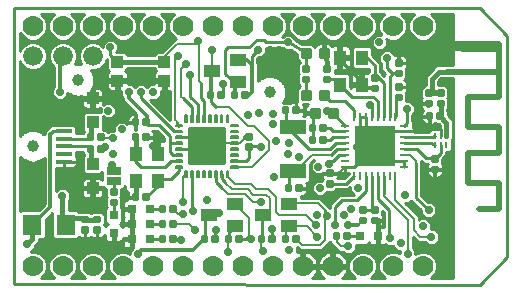
<source format=gtl>
G75*
G70*
%OFA0B0*%
%FSLAX24Y24*%
%IPPOS*%
%LPD*%
%AMOC8*
5,1,8,0,0,1.08239X$1,22.5*
%
%ADD10C,0.0100*%
%ADD11C,0.0125*%
%ADD12C,0.0394*%
%ADD13R,0.0394X0.0394*%
%ADD14R,0.0315X0.0112*%
%ADD15R,0.0112X0.0315*%
%ADD16R,0.1378X0.1378*%
%ADD17C,0.0088*%
%ADD18R,0.0866X0.0512*%
%ADD19R,0.0413X0.0512*%
%ADD20R,0.0630X0.0710*%
%ADD21C,0.0059*%
%ADD22R,0.0551X0.0394*%
%ADD23R,0.0315X0.0315*%
%ADD24R,0.0500X0.0250*%
%ADD25C,0.0700*%
%ADD26C,0.0660*%
%ADD27R,0.0098X0.0197*%
%ADD28C,0.0200*%
%ADD29C,0.0350*%
%ADD30R,0.1000X0.0350*%
%ADD31R,0.0010X0.0010*%
%ADD32R,0.0551X0.0138*%
%ADD33OC8,0.0240*%
%ADD34C,0.0080*%
%ADD35OC8,0.0270*%
%ADD36C,0.0160*%
%ADD37C,0.0120*%
%ADD38C,0.0570*%
%ADD39C,0.0720*%
D10*
X001820Y001850D02*
X017340Y001840D01*
X018270Y002770D01*
X018270Y010130D01*
X017350Y011050D01*
X001820Y011050D01*
X001820Y001850D01*
X002728Y002049D02*
X002857Y002178D01*
X002930Y002355D01*
X002930Y002545D01*
X002857Y002722D01*
X002722Y002857D01*
X002545Y002930D01*
X002385Y002930D01*
X002535Y003080D01*
X002535Y003158D01*
X002640Y003263D01*
X002640Y003345D01*
X002799Y003345D01*
X002875Y003421D01*
X002875Y004006D01*
X003105Y004236D01*
X003105Y003421D01*
X003181Y003345D01*
X003919Y003345D01*
X003995Y003421D01*
X003995Y003425D01*
X003997Y003422D01*
X004045Y003394D01*
X004100Y003380D01*
X004177Y003380D01*
X004177Y003642D01*
X004203Y003642D01*
X004203Y003380D01*
X004280Y003380D01*
X004335Y003394D01*
X004383Y003422D01*
X004390Y003429D01*
X004397Y003422D01*
X004445Y003394D01*
X004500Y003380D01*
X004577Y003380D01*
X004577Y003642D01*
X004603Y003642D01*
X004603Y003380D01*
X004680Y003380D01*
X004735Y003394D01*
X004783Y003422D01*
X004823Y003462D01*
X004843Y003497D01*
X004843Y003377D01*
X004853Y003339D01*
X004872Y003305D01*
X004900Y003277D01*
X004935Y003257D01*
X004973Y003247D01*
X005121Y003247D01*
X005121Y003526D01*
X005179Y003526D01*
X005179Y003247D01*
X005327Y003247D01*
X005365Y003257D01*
X005400Y003277D01*
X005428Y003305D01*
X005447Y003339D01*
X005457Y003377D01*
X005457Y003379D01*
X005726Y003379D01*
X005726Y003657D01*
X005726Y003821D01*
X005783Y003821D01*
X005783Y003379D01*
X005726Y003379D01*
X005726Y003321D01*
X005783Y003321D01*
X005783Y003043D01*
X005789Y003043D01*
X005700Y002954D01*
X005700Y002866D01*
X005545Y002930D01*
X005355Y002930D01*
X005178Y002857D01*
X005043Y002722D01*
X004970Y002545D01*
X004970Y002355D01*
X005043Y002178D01*
X005173Y002048D01*
X004727Y002048D01*
X004857Y002178D01*
X004930Y002355D01*
X004930Y002545D01*
X004857Y002722D01*
X004722Y002857D01*
X004545Y002930D01*
X004355Y002930D01*
X004178Y002857D01*
X004043Y002722D01*
X003970Y002545D01*
X003970Y002355D01*
X004043Y002178D01*
X004173Y002048D01*
X003728Y002049D01*
X003857Y002178D01*
X003930Y002355D01*
X003930Y002545D01*
X003857Y002722D01*
X003722Y002857D01*
X003545Y002930D01*
X003355Y002930D01*
X003178Y002857D01*
X003043Y002722D01*
X002970Y002545D01*
X002970Y002355D01*
X003043Y002178D01*
X003172Y002049D01*
X002728Y002049D01*
X002797Y002119D02*
X003103Y002119D01*
X003027Y002217D02*
X002873Y002217D01*
X002914Y002316D02*
X002986Y002316D01*
X002970Y002414D02*
X002930Y002414D01*
X002930Y002513D02*
X002970Y002513D01*
X002997Y002611D02*
X002903Y002611D01*
X002862Y002710D02*
X003038Y002710D01*
X003129Y002808D02*
X002771Y002808D01*
X002602Y002907D02*
X003298Y002907D01*
X003602Y002907D02*
X004298Y002907D01*
X004129Y002808D02*
X003771Y002808D01*
X003862Y002710D02*
X004038Y002710D01*
X003997Y002611D02*
X003903Y002611D01*
X003930Y002513D02*
X003970Y002513D01*
X003970Y002414D02*
X003930Y002414D01*
X003914Y002316D02*
X003986Y002316D01*
X004027Y002217D02*
X003873Y002217D01*
X003797Y002119D02*
X004103Y002119D01*
X004797Y002119D02*
X005103Y002119D01*
X005027Y002217D02*
X004873Y002217D01*
X004914Y002316D02*
X004986Y002316D01*
X004970Y002414D02*
X004930Y002414D01*
X004930Y002513D02*
X004970Y002513D01*
X004997Y002611D02*
X004903Y002611D01*
X004862Y002710D02*
X005038Y002710D01*
X005129Y002808D02*
X004771Y002808D01*
X004602Y002907D02*
X005298Y002907D01*
X005477Y003100D02*
X005505Y003072D01*
X005539Y003053D01*
X005577Y003043D01*
X005726Y003043D01*
X005726Y003321D01*
X005447Y003321D01*
X005447Y003173D01*
X005457Y003135D01*
X005477Y003100D01*
X005475Y003104D02*
X002535Y003104D01*
X002579Y003202D02*
X005447Y003202D01*
X005447Y003301D02*
X005423Y003301D01*
X005726Y003301D02*
X005783Y003301D01*
X005783Y003399D02*
X005726Y003399D01*
X005726Y003498D02*
X005783Y003498D01*
X005783Y003596D02*
X005726Y003596D01*
X005726Y003695D02*
X005783Y003695D01*
X005783Y003793D02*
X005726Y003793D01*
X005726Y003821D02*
X005447Y003821D01*
X005447Y003770D01*
X005428Y003804D01*
X005400Y003832D01*
X005365Y003852D01*
X005344Y003858D01*
X005361Y003858D01*
X005437Y003934D01*
X005437Y004357D01*
X005383Y004411D01*
X005405Y004433D01*
X005405Y004717D01*
X005372Y004750D01*
X005405Y004783D01*
X005405Y005033D01*
X005454Y005033D01*
X005529Y005108D01*
X005529Y005022D01*
X005539Y004983D01*
X005559Y004949D01*
X005587Y004921D01*
X005619Y004903D01*
X005614Y004895D01*
X005600Y004840D01*
X005600Y004763D01*
X005862Y004763D01*
X005862Y004737D01*
X005600Y004737D01*
X005600Y004660D01*
X005601Y004657D01*
X005577Y004657D01*
X005539Y004647D01*
X005505Y004628D01*
X005477Y004600D01*
X005457Y004565D01*
X005447Y004527D01*
X005447Y004379D01*
X005726Y004379D01*
X005726Y004321D01*
X005783Y004321D01*
X005783Y004043D01*
X005783Y003879D01*
X005726Y003879D01*
X005726Y004321D01*
X005447Y004321D01*
X005447Y004173D01*
X005457Y004135D01*
X005477Y004100D01*
X005457Y004065D01*
X005447Y004027D01*
X005447Y003879D01*
X005726Y003879D01*
X005726Y003821D01*
X005726Y003892D02*
X005783Y003892D01*
X005783Y003990D02*
X005726Y003990D01*
X005726Y004089D02*
X005783Y004089D01*
X005783Y004187D02*
X005726Y004187D01*
X005726Y004286D02*
X005783Y004286D01*
X005447Y004286D02*
X005437Y004286D01*
X005447Y004384D02*
X005410Y004384D01*
X005405Y004483D02*
X005447Y004483D01*
X005466Y004581D02*
X005405Y004581D01*
X005405Y004680D02*
X005600Y004680D01*
X005600Y004778D02*
X005400Y004778D01*
X005405Y004877D02*
X005610Y004877D01*
X005544Y004975D02*
X005405Y004975D01*
X005495Y005074D02*
X005529Y005074D01*
X005150Y004925D02*
X005150Y005288D01*
X004895Y005033D02*
X004895Y004783D01*
X004928Y004750D01*
X004895Y004717D01*
X004895Y004433D01*
X004917Y004411D01*
X004863Y004357D01*
X004863Y003934D01*
X004939Y003858D01*
X004956Y003858D01*
X004935Y003852D01*
X004900Y003832D01*
X004872Y003804D01*
X004857Y003777D01*
X004851Y003800D01*
X004825Y003843D01*
X004845Y003863D01*
X004845Y004147D01*
X004732Y004260D01*
X004448Y004260D01*
X004403Y004215D01*
X004377Y004215D01*
X004332Y004260D01*
X003974Y004260D01*
X003919Y004315D01*
X003640Y004315D01*
X003640Y004625D01*
X003695Y004680D01*
X003695Y004900D01*
X003540Y005055D01*
X003320Y005055D01*
X003220Y004955D01*
X003220Y005719D01*
X003493Y005719D01*
X003493Y005938D01*
X003493Y005938D01*
X003493Y005719D01*
X003789Y005719D01*
X003827Y005730D01*
X003861Y005749D01*
X003889Y005777D01*
X003909Y005811D01*
X003919Y005850D01*
X003919Y005938D01*
X003493Y005938D01*
X003493Y005938D01*
X003919Y005938D01*
X003919Y006027D01*
X003909Y006065D01*
X003899Y006082D01*
X003899Y006270D01*
X004120Y006270D01*
X004120Y006208D01*
X004165Y006163D01*
X004165Y006136D01*
X004123Y006094D01*
X004123Y005593D01*
X004199Y005517D01*
X004701Y005517D01*
X004770Y005586D01*
X004770Y005340D01*
X004767Y005345D01*
X004739Y005373D01*
X004705Y005393D01*
X004667Y005403D01*
X004498Y005403D01*
X004498Y005105D01*
X004402Y005105D01*
X004402Y005403D01*
X004233Y005403D01*
X004195Y005393D01*
X004161Y005373D01*
X004133Y005345D01*
X004113Y005311D01*
X004103Y005273D01*
X004103Y005105D01*
X004402Y005105D01*
X004402Y005008D01*
X004498Y005008D01*
X004498Y004709D01*
X004667Y004709D01*
X004705Y004720D01*
X004739Y004739D01*
X004767Y004767D01*
X004787Y004802D01*
X004797Y004840D01*
X004797Y005008D01*
X004498Y005008D01*
X004498Y005105D01*
X004774Y005105D01*
X004846Y005033D01*
X004895Y005033D01*
X004895Y004975D02*
X004797Y004975D01*
X004797Y004877D02*
X004895Y004877D01*
X004900Y004778D02*
X004773Y004778D01*
X004895Y004680D02*
X003694Y004680D01*
X003695Y004778D02*
X004127Y004778D01*
X004133Y004767D02*
X004113Y004802D01*
X004103Y004840D01*
X004103Y005008D01*
X004402Y005008D01*
X004402Y004709D01*
X004233Y004709D01*
X004195Y004720D01*
X004161Y004739D01*
X004133Y004767D01*
X004103Y004877D02*
X003695Y004877D01*
X003620Y004975D02*
X004103Y004975D01*
X004103Y005172D02*
X003220Y005172D01*
X003220Y005074D02*
X004402Y005074D01*
X004498Y005074D02*
X004805Y005074D01*
X004498Y005172D02*
X004402Y005172D01*
X004402Y005271D02*
X004498Y005271D01*
X004498Y005369D02*
X004402Y005369D01*
X004157Y005369D02*
X003220Y005369D01*
X003220Y005271D02*
X004103Y005271D01*
X004402Y004975D02*
X004498Y004975D01*
X004498Y004877D02*
X004402Y004877D01*
X004402Y004778D02*
X004498Y004778D01*
X004895Y004581D02*
X003640Y004581D01*
X003640Y004483D02*
X004895Y004483D01*
X004890Y004384D02*
X003640Y004384D01*
X003948Y004286D02*
X004863Y004286D01*
X004863Y004187D02*
X004805Y004187D01*
X004845Y004089D02*
X004863Y004089D01*
X004863Y003990D02*
X004845Y003990D01*
X004845Y003892D02*
X004905Y003892D01*
X004866Y003793D02*
X004852Y003793D01*
X004603Y003596D02*
X004577Y003596D01*
X004577Y003498D02*
X004603Y003498D01*
X004603Y003399D02*
X004577Y003399D01*
X004438Y003399D02*
X004342Y003399D01*
X004203Y003399D02*
X004177Y003399D01*
X004177Y003498D02*
X004203Y003498D01*
X004203Y003596D02*
X004177Y003596D01*
X004038Y003399D02*
X003973Y003399D01*
X004742Y003399D02*
X004843Y003399D01*
X004877Y003301D02*
X002640Y003301D01*
X002853Y003399D02*
X003127Y003399D01*
X003105Y003498D02*
X002875Y003498D01*
X002875Y003596D02*
X003105Y003596D01*
X003105Y003695D02*
X002875Y003695D01*
X002875Y003793D02*
X003105Y003793D01*
X003105Y003892D02*
X002875Y003892D01*
X002875Y003990D02*
X003105Y003990D01*
X003105Y004089D02*
X002957Y004089D01*
X003056Y004187D02*
X003105Y004187D01*
X002814Y004483D02*
X002020Y004483D01*
X002020Y004581D02*
X002840Y004581D01*
X002840Y004509D02*
X002646Y004315D01*
X002061Y004315D01*
X002020Y004274D01*
X002020Y006106D01*
X002029Y006097D01*
X002055Y006060D01*
X002055Y006058D01*
X002057Y006057D01*
X002058Y006055D01*
X002060Y006055D01*
X002097Y006029D01*
X002129Y005997D01*
X002129Y005996D01*
X002131Y005995D01*
X002133Y005993D01*
X002134Y005993D01*
X002175Y005974D01*
X002212Y005948D01*
X002213Y005947D01*
X002215Y005946D01*
X002217Y005945D01*
X002218Y005946D01*
X002262Y005934D01*
X002303Y005915D01*
X002304Y005913D01*
X002306Y005913D01*
X002308Y005912D01*
X002310Y005913D01*
X002355Y005909D01*
X002398Y005897D01*
X002400Y005896D01*
X002402Y005896D01*
X002404Y005896D01*
X002405Y005897D01*
X002450Y005901D01*
X002495Y005897D01*
X002496Y005896D01*
X002498Y005896D01*
X002500Y005896D01*
X002502Y005897D01*
X002545Y005909D01*
X002590Y005913D01*
X002592Y005912D01*
X002594Y005913D01*
X002596Y005913D01*
X002597Y005915D01*
X002638Y005934D01*
X002682Y005946D01*
X002683Y005945D01*
X002685Y005946D01*
X002687Y005947D01*
X002688Y005948D01*
X002725Y005974D01*
X002766Y005993D01*
X002767Y005993D01*
X002769Y005995D01*
X002771Y005996D01*
X002771Y005997D01*
X002803Y006029D01*
X002840Y006055D01*
X002840Y004509D01*
X002715Y004384D02*
X002020Y004384D01*
X002020Y004286D02*
X002032Y004286D01*
X002020Y004680D02*
X002840Y004680D01*
X002840Y004778D02*
X002020Y004778D01*
X002020Y004877D02*
X002840Y004877D01*
X002840Y004975D02*
X002020Y004975D01*
X002020Y005074D02*
X002840Y005074D01*
X002840Y005172D02*
X002020Y005172D01*
X002020Y005271D02*
X002840Y005271D01*
X002840Y005369D02*
X002020Y005369D01*
X002020Y005468D02*
X002840Y005468D01*
X002840Y005566D02*
X002020Y005566D01*
X002020Y005665D02*
X002840Y005665D01*
X002840Y005763D02*
X002020Y005763D01*
X002020Y005862D02*
X002840Y005862D01*
X002840Y005960D02*
X002704Y005960D01*
X002196Y005960D02*
X002020Y005960D01*
X002020Y006059D02*
X002055Y006059D01*
X002020Y006794D02*
X002020Y009286D01*
X002060Y009189D01*
X002189Y009060D01*
X002358Y008990D01*
X002541Y008990D01*
X002711Y009060D01*
X002840Y009189D01*
X002910Y009358D01*
X002910Y009541D01*
X002840Y009711D01*
X002711Y009840D01*
X002541Y009910D01*
X002358Y009910D01*
X002189Y009840D01*
X002060Y009711D01*
X002020Y009614D01*
X002020Y010234D01*
X002043Y010178D01*
X002178Y010043D01*
X002355Y009970D01*
X002545Y009970D01*
X002722Y010043D01*
X002857Y010178D01*
X002930Y010355D01*
X002930Y010545D01*
X002857Y010722D01*
X002729Y010850D01*
X003171Y010850D01*
X003043Y010722D01*
X002970Y010545D01*
X002970Y010355D01*
X003043Y010178D01*
X003178Y010043D01*
X003355Y009970D01*
X003545Y009970D01*
X003722Y010043D01*
X003857Y010178D01*
X003930Y010355D01*
X003930Y010545D01*
X003857Y010722D01*
X003729Y010850D01*
X004171Y010850D01*
X004043Y010722D01*
X003970Y010545D01*
X003970Y010355D01*
X004043Y010178D01*
X004178Y010043D01*
X004355Y009970D01*
X004545Y009970D01*
X004722Y010043D01*
X004857Y010178D01*
X004930Y010355D01*
X004930Y010545D01*
X004857Y010722D01*
X004729Y010850D01*
X005171Y010850D01*
X005043Y010722D01*
X004970Y010545D01*
X004970Y010355D01*
X005043Y010178D01*
X005178Y010043D01*
X005355Y009970D01*
X005545Y009970D01*
X005722Y010043D01*
X005857Y010178D01*
X005930Y010355D01*
X005930Y010545D01*
X005857Y010722D01*
X005729Y010850D01*
X006171Y010850D01*
X006043Y010722D01*
X005970Y010545D01*
X005970Y010355D01*
X006043Y010178D01*
X006178Y010043D01*
X006355Y009970D01*
X006545Y009970D01*
X006722Y010043D01*
X006857Y010178D01*
X006930Y010355D01*
X006930Y010545D01*
X006857Y010722D01*
X006729Y010850D01*
X007171Y010850D01*
X007043Y010722D01*
X006970Y010545D01*
X006970Y010355D01*
X007043Y010178D01*
X007178Y010043D01*
X007234Y010020D01*
X007180Y010020D01*
X007080Y009920D01*
X006751Y009592D01*
X006587Y009592D01*
X006511Y009516D01*
X006511Y009475D01*
X005589Y009475D01*
X005589Y009516D01*
X005513Y009592D01*
X005225Y009592D01*
X005280Y009646D01*
X005280Y009854D01*
X005134Y010000D01*
X004926Y010000D01*
X004780Y009854D01*
X004780Y009771D01*
X004711Y009840D01*
X004541Y009910D01*
X004358Y009910D01*
X004189Y009840D01*
X004060Y009711D01*
X003990Y009541D01*
X003990Y009358D01*
X004060Y009190D01*
X004045Y009191D01*
X004002Y009203D01*
X004000Y009204D01*
X003998Y009204D01*
X003996Y009204D01*
X003995Y009203D01*
X003950Y009199D01*
X003905Y009203D01*
X003904Y009204D01*
X003902Y009204D01*
X003900Y009204D01*
X003898Y009203D01*
X003855Y009191D01*
X003840Y009190D01*
X003910Y009358D01*
X003910Y009541D01*
X003840Y009711D01*
X003711Y009840D01*
X003541Y009910D01*
X003358Y009910D01*
X003189Y009840D01*
X003060Y009711D01*
X002990Y009541D01*
X002990Y009358D01*
X003060Y009189D01*
X003160Y009089D01*
X003160Y008414D01*
X003100Y008354D01*
X003100Y008146D01*
X003246Y008000D01*
X003454Y008000D01*
X003600Y008146D01*
X003600Y008226D01*
X003629Y008197D01*
X003629Y008196D01*
X003631Y008195D01*
X003633Y008193D01*
X003634Y008193D01*
X003675Y008174D01*
X003712Y008148D01*
X003713Y008147D01*
X003715Y008146D01*
X003717Y008145D01*
X003718Y008146D01*
X003762Y008134D01*
X003803Y008115D01*
X003804Y008113D01*
X003806Y008113D01*
X003808Y008112D01*
X003810Y008113D01*
X003855Y008109D01*
X003898Y008097D01*
X003900Y008096D01*
X003902Y008096D01*
X003904Y008096D01*
X003905Y008097D01*
X003950Y008101D01*
X003995Y008097D01*
X003996Y008096D01*
X003998Y008096D01*
X004000Y008096D01*
X004002Y008097D01*
X004045Y008109D01*
X004090Y008113D01*
X004092Y008112D01*
X004094Y008113D01*
X004096Y008113D01*
X004097Y008115D01*
X004103Y008118D01*
X004103Y008092D01*
X004402Y008092D01*
X004402Y008328D01*
X004403Y008329D01*
X004404Y008329D01*
X004405Y008331D01*
X004407Y008333D01*
X004407Y008334D01*
X004426Y008375D01*
X004452Y008412D01*
X004453Y008413D01*
X004454Y008415D01*
X004455Y008417D01*
X004454Y008418D01*
X004466Y008462D01*
X004485Y008503D01*
X004487Y008504D01*
X004487Y008506D01*
X004488Y008508D01*
X004487Y008510D01*
X004491Y008555D01*
X004503Y008598D01*
X004504Y008600D01*
X004504Y008602D01*
X004504Y008604D01*
X004503Y008605D01*
X004499Y008650D01*
X004503Y008695D01*
X004504Y008696D01*
X004504Y008698D01*
X004504Y008700D01*
X004503Y008702D01*
X004491Y008745D01*
X004487Y008790D01*
X004488Y008792D01*
X004487Y008794D01*
X004487Y008796D01*
X004485Y008797D01*
X004466Y008838D01*
X004454Y008882D01*
X004455Y008883D01*
X004454Y008885D01*
X004453Y008887D01*
X004452Y008888D01*
X004426Y008925D01*
X004407Y008966D01*
X004407Y008967D01*
X004405Y008969D01*
X004404Y008971D01*
X004403Y008971D01*
X004384Y008990D01*
X004541Y008990D01*
X004711Y009060D01*
X004840Y009189D01*
X004910Y009358D01*
X004910Y009363D01*
X004936Y009337D01*
X004936Y009014D01*
X004989Y008961D01*
X004974Y008952D01*
X004946Y008924D01*
X004926Y008890D01*
X004916Y008852D01*
X004916Y008683D01*
X005214Y008683D01*
X005214Y008587D01*
X004916Y008587D01*
X004916Y008418D01*
X004926Y008380D01*
X004946Y008346D01*
X004974Y008318D01*
X005008Y008298D01*
X005046Y008288D01*
X005214Y008288D01*
X005214Y008587D01*
X005311Y008587D01*
X005311Y008683D01*
X005609Y008683D01*
X005609Y008852D01*
X005599Y008890D01*
X005579Y008924D01*
X005552Y008952D01*
X005536Y008961D01*
X005589Y009014D01*
X005589Y009055D01*
X006511Y009055D01*
X006511Y009014D01*
X006564Y008961D01*
X006548Y008952D01*
X006521Y008924D01*
X006501Y008890D01*
X006491Y008852D01*
X006491Y008683D01*
X006789Y008683D01*
X006789Y008587D01*
X006491Y008587D01*
X006491Y008515D01*
X006340Y008515D01*
X006250Y008425D01*
X006160Y008515D01*
X005940Y008515D01*
X005850Y008425D01*
X005760Y008515D01*
X005609Y008515D01*
X005609Y008587D01*
X005311Y008587D01*
X005311Y008288D01*
X005385Y008288D01*
X005385Y008140D01*
X005460Y008065D01*
X005460Y007971D01*
X005571Y007860D01*
X005906Y007525D01*
X005888Y007525D01*
X005888Y007263D01*
X005862Y007263D01*
X005862Y007525D01*
X005785Y007525D01*
X005730Y007511D01*
X005682Y007483D01*
X005642Y007443D01*
X005614Y007395D01*
X005600Y007340D01*
X005600Y007263D01*
X005862Y007263D01*
X005862Y007237D01*
X005600Y007237D01*
X005600Y007174D01*
X005514Y007260D01*
X005306Y007260D01*
X005160Y007114D01*
X005160Y006960D01*
X005016Y006960D01*
X004964Y006908D01*
X004867Y007005D01*
X004776Y007005D01*
X004777Y007006D01*
X004777Y007460D01*
X004856Y007380D01*
X005064Y007380D01*
X005210Y007526D01*
X005210Y007734D01*
X005064Y007880D01*
X004856Y007880D01*
X004794Y007818D01*
X004797Y007827D01*
X004797Y007995D01*
X004498Y007995D01*
X004498Y007697D01*
X004667Y007697D01*
X004705Y007707D01*
X004710Y007710D01*
X004710Y007574D01*
X004701Y007583D01*
X004199Y007583D01*
X004123Y007507D01*
X004123Y007006D01*
X004165Y006964D01*
X004165Y006937D01*
X004120Y006892D01*
X004120Y006886D01*
X003899Y006886D01*
X003899Y007085D01*
X003823Y007161D01*
X003164Y007161D01*
X003145Y007142D01*
X002020Y007142D01*
X002020Y007044D02*
X002935Y007044D01*
X002951Y007060D02*
X002840Y006949D01*
X002840Y006845D01*
X002803Y006871D01*
X002771Y006903D01*
X002771Y006904D01*
X002769Y006905D01*
X002767Y006907D01*
X002766Y006907D01*
X002725Y006926D01*
X002688Y006952D01*
X002687Y006953D01*
X002685Y006954D01*
X002683Y006955D01*
X002682Y006954D01*
X002638Y006966D01*
X002597Y006985D01*
X002596Y006987D01*
X002594Y006987D01*
X002592Y006988D01*
X002590Y006987D01*
X002545Y006991D01*
X002502Y007003D01*
X002500Y007004D01*
X002498Y007004D01*
X002496Y007004D01*
X002495Y007003D01*
X002450Y006999D01*
X002405Y007003D01*
X002404Y007004D01*
X002402Y007004D01*
X002400Y007004D01*
X002398Y007003D01*
X002355Y006991D01*
X002310Y006987D01*
X002308Y006988D01*
X002306Y006987D01*
X002304Y006987D01*
X002303Y006985D01*
X002262Y006966D01*
X002218Y006954D01*
X002217Y006955D01*
X002215Y006954D01*
X002213Y006953D01*
X002212Y006952D01*
X002175Y006926D01*
X002134Y006907D01*
X002133Y006907D01*
X002131Y006905D01*
X002129Y006904D01*
X002129Y006903D01*
X002097Y006871D01*
X002060Y006845D01*
X002058Y006845D01*
X002057Y006843D01*
X002055Y006842D01*
X002055Y006840D01*
X002029Y006803D01*
X002020Y006794D01*
X002020Y006847D02*
X002062Y006847D01*
X002020Y006945D02*
X002203Y006945D01*
X002020Y007241D02*
X004123Y007241D01*
X004123Y007339D02*
X002020Y007339D01*
X002020Y007438D02*
X004123Y007438D01*
X004152Y007536D02*
X002020Y007536D01*
X002020Y007635D02*
X004710Y007635D01*
X004797Y007832D02*
X004808Y007832D01*
X004797Y007930D02*
X005501Y007930D01*
X005460Y008029D02*
X004498Y008029D01*
X004498Y007995D02*
X004498Y008092D01*
X004402Y008092D01*
X004402Y007995D01*
X004498Y007995D01*
X004498Y007930D02*
X004402Y007930D01*
X004402Y007995D02*
X004402Y007697D01*
X004233Y007697D01*
X004195Y007707D01*
X004161Y007727D01*
X004133Y007755D01*
X004113Y007789D01*
X004103Y007827D01*
X004103Y007995D01*
X004402Y007995D01*
X004402Y008029D02*
X003482Y008029D01*
X003581Y008127D02*
X003777Y008127D01*
X003601Y008226D02*
X003600Y008226D01*
X003218Y008029D02*
X002020Y008029D01*
X002020Y008127D02*
X003119Y008127D01*
X003100Y008226D02*
X002020Y008226D01*
X002020Y008324D02*
X003100Y008324D01*
X003160Y008423D02*
X002020Y008423D01*
X002020Y008521D02*
X003160Y008521D01*
X003160Y008620D02*
X002020Y008620D01*
X002020Y008718D02*
X003160Y008718D01*
X003160Y008817D02*
X002020Y008817D01*
X002020Y008915D02*
X003160Y008915D01*
X003160Y009014D02*
X002598Y009014D01*
X002763Y009112D02*
X003137Y009112D01*
X003051Y009211D02*
X002849Y009211D01*
X002890Y009309D02*
X003010Y009309D01*
X002990Y009408D02*
X002910Y009408D01*
X002910Y009506D02*
X002990Y009506D01*
X003016Y009605D02*
X002884Y009605D01*
X002843Y009703D02*
X003057Y009703D01*
X003151Y009802D02*
X002749Y009802D01*
X002566Y009900D02*
X003334Y009900D01*
X003286Y009999D02*
X002614Y009999D01*
X002776Y010097D02*
X003124Y010097D01*
X003036Y010196D02*
X002864Y010196D01*
X002905Y010294D02*
X002995Y010294D01*
X002970Y010393D02*
X002930Y010393D01*
X002930Y010491D02*
X002970Y010491D01*
X002988Y010590D02*
X002912Y010590D01*
X002871Y010688D02*
X003029Y010688D01*
X003108Y010787D02*
X002792Y010787D01*
X002036Y010196D02*
X002020Y010196D01*
X002020Y010097D02*
X002124Y010097D01*
X002020Y009999D02*
X002286Y009999D01*
X002334Y009900D02*
X002020Y009900D01*
X002020Y009802D02*
X002151Y009802D01*
X002057Y009703D02*
X002020Y009703D01*
X002020Y009211D02*
X002051Y009211D01*
X002020Y009112D02*
X002137Y009112D01*
X002020Y009014D02*
X002302Y009014D01*
X003566Y009900D02*
X004334Y009900D01*
X004286Y009999D02*
X003614Y009999D01*
X003776Y010097D02*
X004124Y010097D01*
X004036Y010196D02*
X003864Y010196D01*
X003905Y010294D02*
X003995Y010294D01*
X003970Y010393D02*
X003930Y010393D01*
X003930Y010491D02*
X003970Y010491D01*
X003988Y010590D02*
X003912Y010590D01*
X003871Y010688D02*
X004029Y010688D01*
X004108Y010787D02*
X003792Y010787D01*
X004792Y010787D02*
X005108Y010787D01*
X005029Y010688D02*
X004871Y010688D01*
X004912Y010590D02*
X004988Y010590D01*
X004970Y010491D02*
X004930Y010491D01*
X004930Y010393D02*
X004970Y010393D01*
X004995Y010294D02*
X004905Y010294D01*
X004864Y010196D02*
X005036Y010196D01*
X005124Y010097D02*
X004776Y010097D01*
X004925Y009999D02*
X004614Y009999D01*
X004566Y009900D02*
X004826Y009900D01*
X004780Y009802D02*
X004749Y009802D01*
X005030Y009750D02*
X005030Y009498D01*
X005263Y009265D01*
X004936Y009309D02*
X004890Y009309D01*
X004849Y009211D02*
X004936Y009211D01*
X004936Y009112D02*
X004763Y009112D01*
X004598Y009014D02*
X004936Y009014D01*
X004941Y008915D02*
X004432Y008915D01*
X004476Y008817D02*
X004916Y008817D01*
X004916Y008718D02*
X004498Y008718D01*
X004502Y008620D02*
X005214Y008620D01*
X005311Y008620D02*
X006789Y008620D01*
X006789Y008587D02*
X006886Y008587D01*
X006886Y008288D01*
X007020Y008288D01*
X007020Y007335D01*
X006370Y007985D01*
X006560Y007985D01*
X006715Y008140D01*
X006715Y008288D01*
X006789Y008288D01*
X006789Y008587D01*
X006789Y008521D02*
X006886Y008521D01*
X006886Y008423D02*
X006789Y008423D01*
X006789Y008324D02*
X006886Y008324D01*
X007020Y008226D02*
X006715Y008226D01*
X006702Y008127D02*
X007020Y008127D01*
X007020Y008029D02*
X006603Y008029D01*
X006425Y007930D02*
X007020Y007930D01*
X007020Y007832D02*
X006523Y007832D01*
X006622Y007733D02*
X007020Y007733D01*
X007020Y007635D02*
X006720Y007635D01*
X006819Y007536D02*
X007020Y007536D01*
X007020Y007438D02*
X006917Y007438D01*
X007016Y007339D02*
X007020Y007339D01*
X007250Y007214D02*
X007325Y007139D01*
X007325Y006942D02*
X007158Y006942D01*
X006050Y008050D01*
X006050Y008250D01*
X005609Y008521D02*
X006491Y008521D01*
X006491Y008718D02*
X005609Y008718D01*
X005609Y008817D02*
X006491Y008817D01*
X006515Y008915D02*
X005585Y008915D01*
X005589Y009014D02*
X006511Y009014D01*
X006511Y009506D02*
X005589Y009506D01*
X005238Y009605D02*
X006764Y009605D01*
X006863Y009703D02*
X005280Y009703D01*
X005280Y009802D02*
X006961Y009802D01*
X007060Y009900D02*
X005234Y009900D01*
X005286Y009999D02*
X005135Y009999D01*
X005614Y009999D02*
X006286Y009999D01*
X006124Y010097D02*
X005776Y010097D01*
X005864Y010196D02*
X006036Y010196D01*
X005995Y010294D02*
X005905Y010294D01*
X005930Y010393D02*
X005970Y010393D01*
X005970Y010491D02*
X005930Y010491D01*
X005912Y010590D02*
X005988Y010590D01*
X006029Y010688D02*
X005871Y010688D01*
X005792Y010787D02*
X006108Y010787D01*
X006792Y010787D02*
X007108Y010787D01*
X007029Y010688D02*
X006871Y010688D01*
X006912Y010590D02*
X006988Y010590D01*
X006970Y010491D02*
X006930Y010491D01*
X006930Y010393D02*
X006970Y010393D01*
X006995Y010294D02*
X006905Y010294D01*
X006864Y010196D02*
X007036Y010196D01*
X007124Y010097D02*
X006776Y010097D01*
X006614Y009999D02*
X007158Y009999D01*
X007700Y008820D02*
X007700Y008100D01*
X007955Y007845D01*
X007955Y007375D01*
X008152Y007375D02*
X008152Y007948D01*
X008050Y008050D01*
X008050Y008550D01*
X008375Y008150D02*
X008375Y007925D01*
X008550Y007750D01*
X008725Y008150D02*
X008780Y008150D01*
X008780Y008540D01*
X008870Y008870D02*
X008870Y009670D01*
X008950Y009750D01*
X009670Y009750D01*
X009910Y009990D01*
X010150Y009990D01*
X010230Y009910D01*
X010950Y009910D01*
X010990Y009910D01*
X011550Y009550D01*
X011550Y009025D01*
X011295Y009014D02*
X009940Y009014D01*
X009940Y009112D02*
X011295Y009112D01*
X011295Y009167D02*
X011295Y008883D01*
X011328Y008850D01*
X011295Y008817D01*
X011295Y008533D01*
X011370Y008458D01*
X011370Y008455D01*
X011347Y008455D01*
X011245Y008353D01*
X011245Y007947D01*
X011267Y007925D01*
X011238Y007925D01*
X011238Y007663D01*
X011212Y007663D01*
X011212Y007925D01*
X011135Y007925D01*
X011080Y007911D01*
X011037Y007885D01*
X011017Y007905D01*
X010779Y007905D01*
X010803Y007929D01*
X010804Y007929D01*
X010805Y007931D01*
X010807Y007933D01*
X010807Y007934D01*
X010826Y007975D01*
X010852Y008012D01*
X010853Y008013D01*
X010854Y008015D01*
X010855Y008017D01*
X010854Y008018D01*
X010866Y008062D01*
X010885Y008103D01*
X010887Y008104D01*
X010887Y008106D01*
X010888Y008108D01*
X010887Y008110D01*
X010891Y008155D01*
X010903Y008198D01*
X010904Y008200D01*
X010904Y008202D01*
X010904Y008204D01*
X010903Y008205D01*
X010899Y008250D01*
X010903Y008295D01*
X010904Y008296D01*
X010904Y008298D01*
X010904Y008300D01*
X010903Y008302D01*
X010891Y008345D01*
X010887Y008390D01*
X010888Y008392D01*
X010887Y008394D01*
X010887Y008396D01*
X010885Y008397D01*
X010866Y008438D01*
X010854Y008482D01*
X010855Y008483D01*
X010854Y008485D01*
X010853Y008487D01*
X010852Y008488D01*
X010826Y008525D01*
X010807Y008566D01*
X010807Y008567D01*
X010805Y008569D01*
X010804Y008571D01*
X010803Y008571D01*
X010771Y008603D01*
X010745Y008640D01*
X010745Y008642D01*
X010743Y008643D01*
X010742Y008645D01*
X010740Y008645D01*
X010703Y008671D01*
X010671Y008703D01*
X010671Y008704D01*
X010669Y008705D01*
X010667Y008707D01*
X010666Y008707D01*
X010625Y008726D01*
X010588Y008752D01*
X010587Y008753D01*
X010585Y008754D01*
X010583Y008755D01*
X010582Y008754D01*
X010538Y008766D01*
X010497Y008785D01*
X010496Y008787D01*
X010494Y008787D01*
X010492Y008788D01*
X010490Y008787D01*
X010445Y008791D01*
X010402Y008803D01*
X010400Y008804D01*
X010398Y008804D01*
X010396Y008804D01*
X010395Y008803D01*
X010350Y008799D01*
X010305Y008803D01*
X010304Y008804D01*
X010302Y008804D01*
X010300Y008804D01*
X010298Y008803D01*
X010255Y008791D01*
X010210Y008787D01*
X010208Y008788D01*
X010206Y008787D01*
X010204Y008787D01*
X010203Y008785D01*
X010162Y008766D01*
X010118Y008754D01*
X010117Y008755D01*
X010115Y008754D01*
X010113Y008753D01*
X010112Y008752D01*
X010075Y008726D01*
X010034Y008707D01*
X010033Y008707D01*
X010031Y008705D01*
X010029Y008704D01*
X010029Y008703D01*
X009997Y008671D01*
X009960Y008645D01*
X009958Y008645D01*
X009957Y008643D01*
X009955Y008642D01*
X009955Y008640D01*
X009940Y008618D01*
X009940Y009229D01*
X009930Y009239D01*
X009930Y009375D01*
X009975Y009420D01*
X010074Y009420D01*
X010220Y009566D01*
X010220Y009730D01*
X010776Y009730D01*
X010846Y009660D01*
X011046Y009660D01*
X011245Y009532D01*
X011245Y009347D01*
X011347Y009245D01*
X011370Y009245D01*
X011370Y009242D01*
X011295Y009167D01*
X011338Y009211D02*
X009940Y009211D01*
X009930Y009309D02*
X011283Y009309D01*
X011245Y009408D02*
X009962Y009408D01*
X009750Y009450D02*
X009750Y009150D01*
X009940Y008915D02*
X011295Y008915D01*
X011295Y008817D02*
X009940Y008817D01*
X009940Y008718D02*
X010059Y008718D01*
X009941Y008620D02*
X009940Y008620D01*
X009283Y008576D02*
X009164Y008576D01*
X008870Y008870D01*
X009750Y009450D02*
X009970Y009670D01*
X010160Y009506D02*
X011245Y009506D01*
X011132Y009605D02*
X010220Y009605D01*
X010220Y009703D02*
X010803Y009703D01*
X011178Y010043D02*
X011355Y009970D01*
X011545Y009970D01*
X011722Y010043D01*
X011857Y010178D01*
X011930Y010355D01*
X011930Y010545D01*
X011857Y010722D01*
X011729Y010850D01*
X012171Y010850D01*
X012043Y010722D01*
X011970Y010545D01*
X011970Y010355D01*
X012043Y010178D01*
X012178Y010043D01*
X012355Y009970D01*
X012545Y009970D01*
X012722Y010043D01*
X012857Y010178D01*
X012930Y010355D01*
X012930Y010545D01*
X012857Y010722D01*
X012729Y010850D01*
X013171Y010850D01*
X013043Y010722D01*
X012970Y010545D01*
X012970Y010355D01*
X013043Y010178D01*
X013178Y010043D01*
X013355Y009970D01*
X013545Y009970D01*
X013722Y010043D01*
X013857Y010178D01*
X013930Y010355D01*
X013930Y010545D01*
X013857Y010722D01*
X013729Y010850D01*
X014171Y010850D01*
X014043Y010722D01*
X013970Y010545D01*
X013970Y010355D01*
X014043Y010178D01*
X014061Y010160D01*
X013886Y010160D01*
X013740Y010014D01*
X013740Y009806D01*
X013886Y009660D01*
X014094Y009660D01*
X014240Y009806D01*
X014240Y010014D01*
X014233Y010020D01*
X014355Y009970D01*
X014545Y009970D01*
X014722Y010043D01*
X014857Y010178D01*
X014930Y010355D01*
X014930Y010545D01*
X014857Y010722D01*
X014729Y010850D01*
X015171Y010850D01*
X015043Y010722D01*
X014970Y010545D01*
X014970Y010355D01*
X015043Y010178D01*
X015178Y010043D01*
X015355Y009970D01*
X015545Y009970D01*
X015722Y010043D01*
X015857Y010178D01*
X015930Y010355D01*
X015930Y010545D01*
X015857Y010722D01*
X015729Y010850D01*
X016450Y010850D01*
X016450Y009863D01*
X016445Y009851D01*
X016445Y009729D01*
X016450Y009717D01*
X016450Y009170D01*
X016155Y009170D01*
X016135Y009150D01*
X015903Y009150D01*
X015780Y009027D01*
X015540Y008787D01*
X015540Y008480D01*
X015508Y008480D01*
X015395Y008367D01*
X015395Y008083D01*
X015415Y008063D01*
X015389Y008020D01*
X015375Y007965D01*
X015375Y007888D01*
X015637Y007888D01*
X015637Y007862D01*
X015375Y007862D01*
X015375Y007785D01*
X015389Y007730D01*
X015417Y007682D01*
X015452Y007648D01*
X015442Y007638D01*
X015414Y007590D01*
X015400Y007536D01*
X015131Y007536D01*
X015090Y007495D02*
X015175Y007580D01*
X015175Y007800D01*
X015020Y007955D01*
X014905Y007955D01*
X014905Y008217D01*
X014885Y008237D01*
X014911Y008280D01*
X014925Y008335D01*
X014925Y008412D01*
X014663Y008412D01*
X014663Y008438D01*
X014925Y008438D01*
X014925Y008515D01*
X014911Y008570D01*
X014883Y008618D01*
X014843Y008658D01*
X014835Y008662D01*
X014905Y008733D01*
X014905Y009017D01*
X014885Y009037D01*
X014911Y009080D01*
X014925Y009135D01*
X014925Y009212D01*
X014663Y009212D01*
X014663Y009238D01*
X014637Y009238D01*
X014637Y009500D01*
X014560Y009500D01*
X014515Y009488D01*
X014515Y009500D01*
X014360Y009655D01*
X014140Y009655D01*
X013985Y009500D01*
X013985Y009280D01*
X014070Y009195D01*
X014070Y008975D01*
X014175Y008870D01*
X014183Y008862D01*
X014162Y008842D01*
X014162Y008792D01*
X014130Y008825D01*
X014105Y008850D01*
X014105Y008867D01*
X014030Y008942D01*
X014030Y009225D01*
X013925Y009330D01*
X013751Y009504D01*
X013751Y009713D01*
X013675Y009789D01*
X013154Y009789D01*
X013077Y009713D01*
X013077Y009093D01*
X013154Y009017D01*
X013670Y009017D01*
X013670Y008942D01*
X013631Y008903D01*
X013464Y008903D01*
X013464Y008547D01*
X013364Y008547D01*
X013364Y008447D01*
X013057Y008447D01*
X013057Y008380D01*
X013023Y008415D01*
X013023Y008807D01*
X012946Y008883D01*
X012511Y008883D01*
X012525Y008935D01*
X012525Y008997D01*
X012636Y008997D01*
X012636Y009353D01*
X012736Y009353D01*
X012736Y009453D01*
X012636Y009453D01*
X012636Y009809D01*
X012459Y009809D01*
X012435Y009802D01*
X012400Y009836D01*
X012356Y009862D01*
X012307Y009875D01*
X012188Y009875D01*
X012188Y009588D01*
X012112Y009588D01*
X012112Y009875D01*
X011993Y009875D01*
X011944Y009862D01*
X011900Y009836D01*
X011864Y009800D01*
X011843Y009765D01*
X011753Y009855D01*
X011408Y009855D01*
X011200Y009989D01*
X011200Y010014D01*
X011054Y010160D01*
X010846Y010160D01*
X010776Y010090D01*
X010769Y010090D01*
X010857Y010178D01*
X010930Y010355D01*
X010930Y010545D01*
X010857Y010722D01*
X010729Y010850D01*
X011171Y010850D01*
X011043Y010722D01*
X010970Y010545D01*
X010970Y010355D01*
X011043Y010178D01*
X011178Y010043D01*
X011200Y009999D02*
X011286Y009999D01*
X011338Y009900D02*
X013740Y009900D01*
X013740Y009999D02*
X013614Y009999D01*
X013776Y010097D02*
X013823Y010097D01*
X013864Y010196D02*
X014036Y010196D01*
X013995Y010294D02*
X013905Y010294D01*
X013930Y010393D02*
X013970Y010393D01*
X013970Y010491D02*
X013930Y010491D01*
X013912Y010590D02*
X013988Y010590D01*
X014029Y010688D02*
X013871Y010688D01*
X013792Y010787D02*
X014108Y010787D01*
X014792Y010787D02*
X015108Y010787D01*
X015029Y010688D02*
X014871Y010688D01*
X014912Y010590D02*
X014988Y010590D01*
X014970Y010491D02*
X014930Y010491D01*
X014930Y010393D02*
X014970Y010393D01*
X014995Y010294D02*
X014905Y010294D01*
X014864Y010196D02*
X015036Y010196D01*
X015124Y010097D02*
X014776Y010097D01*
X014614Y009999D02*
X015286Y009999D01*
X015614Y009999D02*
X016450Y009999D01*
X016450Y010097D02*
X015776Y010097D01*
X015864Y010196D02*
X016450Y010196D01*
X016450Y010294D02*
X015905Y010294D01*
X015930Y010393D02*
X016450Y010393D01*
X016450Y010491D02*
X015930Y010491D01*
X015912Y010590D02*
X016450Y010590D01*
X016450Y010688D02*
X015871Y010688D01*
X015792Y010787D02*
X016450Y010787D01*
X016450Y009900D02*
X014240Y009900D01*
X014240Y009999D02*
X014286Y009999D01*
X014235Y009802D02*
X016445Y009802D01*
X016450Y009703D02*
X014137Y009703D01*
X014090Y009605D02*
X013751Y009605D01*
X013751Y009703D02*
X013843Y009703D01*
X013745Y009802D02*
X012939Y009802D01*
X012950Y009798D02*
X012912Y009809D01*
X012736Y009809D01*
X012736Y009453D01*
X013043Y009453D01*
X013043Y009678D01*
X013032Y009717D01*
X013013Y009751D01*
X012985Y009779D01*
X012950Y009798D01*
X013036Y009703D02*
X013077Y009703D01*
X013077Y009605D02*
X013043Y009605D01*
X013043Y009506D02*
X013077Y009506D01*
X013077Y009408D02*
X012736Y009408D01*
X012686Y009403D02*
X012686Y009314D01*
X013350Y008650D01*
X013350Y008561D01*
X013414Y008497D01*
X013536Y008375D01*
X013364Y008521D02*
X013023Y008521D01*
X013057Y008547D02*
X013364Y008547D01*
X013364Y008903D01*
X013188Y008903D01*
X013150Y008893D01*
X013115Y008873D01*
X013087Y008845D01*
X013068Y008811D01*
X013057Y008773D01*
X013057Y008547D01*
X013057Y008620D02*
X013023Y008620D01*
X013023Y008718D02*
X013057Y008718D01*
X013071Y008817D02*
X013013Y008817D01*
X012950Y009007D02*
X012985Y009027D01*
X013013Y009055D01*
X013032Y009089D01*
X013043Y009127D01*
X013043Y009353D01*
X012736Y009353D01*
X012736Y008997D01*
X012912Y008997D01*
X012950Y009007D01*
X012962Y009014D02*
X013670Y009014D01*
X013643Y008915D02*
X012520Y008915D01*
X012636Y009014D02*
X012736Y009014D01*
X012736Y009112D02*
X012636Y009112D01*
X012636Y009211D02*
X012736Y009211D01*
X012736Y009309D02*
X012636Y009309D01*
X012636Y009506D02*
X012736Y009506D01*
X012736Y009605D02*
X012636Y009605D01*
X012636Y009703D02*
X012736Y009703D01*
X012736Y009802D02*
X012636Y009802D01*
X012614Y009999D02*
X013286Y009999D01*
X013124Y010097D02*
X012776Y010097D01*
X012864Y010196D02*
X013036Y010196D01*
X012995Y010294D02*
X012905Y010294D01*
X012930Y010393D02*
X012970Y010393D01*
X012970Y010491D02*
X012930Y010491D01*
X012912Y010590D02*
X012988Y010590D01*
X013029Y010688D02*
X012871Y010688D01*
X012792Y010787D02*
X013108Y010787D01*
X012124Y010097D02*
X011776Y010097D01*
X011864Y010196D02*
X012036Y010196D01*
X011995Y010294D02*
X011905Y010294D01*
X011930Y010393D02*
X011970Y010393D01*
X011970Y010491D02*
X011930Y010491D01*
X011912Y010590D02*
X011988Y010590D01*
X012029Y010688D02*
X011871Y010688D01*
X011792Y010787D02*
X012108Y010787D01*
X011108Y010787D02*
X010792Y010787D01*
X010871Y010688D02*
X011029Y010688D01*
X010988Y010590D02*
X010912Y010590D01*
X010930Y010491D02*
X010970Y010491D01*
X010970Y010393D02*
X010930Y010393D01*
X010905Y010294D02*
X010995Y010294D01*
X011036Y010196D02*
X010864Y010196D01*
X010783Y010097D02*
X010776Y010097D01*
X011117Y010097D02*
X011124Y010097D01*
X011614Y009999D02*
X012286Y009999D01*
X012188Y009802D02*
X012112Y009802D01*
X012112Y009703D02*
X012188Y009703D01*
X012188Y009605D02*
X012112Y009605D01*
X011865Y009802D02*
X011807Y009802D01*
X013043Y009309D02*
X013077Y009309D01*
X013077Y009211D02*
X013043Y009211D01*
X013038Y009112D02*
X013077Y009112D01*
X013364Y008817D02*
X013464Y008817D01*
X013464Y008718D02*
X013364Y008718D01*
X013364Y008620D02*
X013464Y008620D01*
X013850Y008750D02*
X013850Y009150D01*
X013597Y009403D01*
X013414Y009403D01*
X013751Y009506D02*
X013991Y009506D01*
X013985Y009408D02*
X013847Y009408D01*
X013946Y009309D02*
X013985Y009309D01*
X014030Y009211D02*
X014055Y009211D01*
X014070Y009112D02*
X014030Y009112D01*
X014030Y009014D02*
X014070Y009014D01*
X014057Y008915D02*
X014130Y008915D01*
X014138Y008817D02*
X014162Y008817D01*
X014342Y008767D02*
X014450Y008875D01*
X014425Y008875D01*
X014250Y009050D01*
X014250Y009390D01*
X014509Y009506D02*
X016450Y009506D01*
X016450Y009408D02*
X014889Y009408D01*
X014883Y009418D02*
X014911Y009370D01*
X014925Y009315D01*
X014925Y009238D01*
X014663Y009238D01*
X014663Y009500D01*
X014740Y009500D01*
X014795Y009486D01*
X014843Y009458D01*
X014883Y009418D01*
X014925Y009309D02*
X016450Y009309D01*
X016450Y009211D02*
X014925Y009211D01*
X014919Y009112D02*
X015865Y009112D01*
X015767Y009014D02*
X014905Y009014D01*
X014905Y008915D02*
X015668Y008915D01*
X015570Y008817D02*
X014905Y008817D01*
X014890Y008718D02*
X015540Y008718D01*
X015540Y008620D02*
X014881Y008620D01*
X014924Y008521D02*
X015540Y008521D01*
X015450Y008423D02*
X014663Y008423D01*
X014922Y008324D02*
X015395Y008324D01*
X015395Y008226D02*
X014897Y008226D01*
X014905Y008127D02*
X015395Y008127D01*
X015395Y008029D02*
X014905Y008029D01*
X015045Y007930D02*
X015375Y007930D01*
X015375Y007832D02*
X015143Y007832D01*
X015175Y007733D02*
X015389Y007733D01*
X015440Y007635D02*
X015175Y007635D01*
X015090Y007495D02*
X015090Y007281D01*
X015122Y007249D01*
X015122Y007073D01*
X015132Y007056D01*
X015142Y007018D01*
X015142Y006942D01*
X014834Y006942D01*
X014342Y006942D01*
X013850Y006450D01*
X014342Y005958D01*
X014834Y005958D01*
X014834Y005761D01*
X015220Y005900D02*
X015220Y004730D01*
X015640Y004310D01*
X015375Y004320D02*
X015375Y004200D01*
X015530Y004045D01*
X015750Y004045D01*
X015905Y004200D01*
X015905Y004420D01*
X015750Y004575D01*
X015630Y004575D01*
X015400Y004805D01*
X015400Y005945D01*
X015475Y005870D01*
X015608Y005870D01*
X015615Y005863D01*
X015589Y005820D01*
X015575Y005765D01*
X015575Y005688D01*
X015837Y005688D01*
X015837Y005662D01*
X015863Y005662D01*
X015863Y005688D01*
X016125Y005688D01*
X016125Y005765D01*
X016111Y005820D01*
X016085Y005863D01*
X016105Y005883D01*
X016105Y006025D01*
X016223Y006143D01*
X016223Y006262D01*
X016342Y006262D01*
X016419Y006338D01*
X016419Y006642D01*
X016413Y006647D01*
X016419Y006653D01*
X016419Y006687D01*
X016449Y006718D01*
X016449Y007318D01*
X016326Y007441D01*
X016280Y007487D01*
X016280Y007587D01*
X016260Y007607D01*
X016260Y007683D01*
X016305Y007728D01*
X016305Y008012D01*
X016272Y008045D01*
X016305Y008078D01*
X016305Y008362D01*
X016192Y008475D01*
X015960Y008475D01*
X015960Y008613D01*
X016077Y008730D01*
X016135Y008730D01*
X016155Y008710D01*
X016450Y008710D01*
X016450Y002041D01*
X015717Y002041D01*
X015722Y002043D01*
X015857Y002178D01*
X015930Y002355D01*
X015930Y002545D01*
X015857Y002722D01*
X015722Y002857D01*
X015545Y002930D01*
X015355Y002930D01*
X015205Y002868D01*
X015205Y002980D01*
X015120Y003065D01*
X015120Y003430D01*
X015190Y003360D01*
X015290Y003260D01*
X015515Y003260D01*
X015620Y003155D01*
X015840Y003155D01*
X015995Y003310D01*
X015995Y003530D01*
X015840Y003685D01*
X015725Y003685D01*
X015725Y003890D01*
X015570Y004045D01*
X015350Y004045D01*
X015310Y004005D01*
X015310Y004110D01*
X015210Y004210D01*
X014855Y004565D01*
X014980Y004565D01*
X015055Y004640D01*
X015375Y004320D01*
X015375Y004286D02*
X015135Y004286D01*
X015036Y004384D02*
X015311Y004384D01*
X015213Y004483D02*
X014938Y004483D01*
X014996Y004581D02*
X015114Y004581D01*
X015427Y004778D02*
X016450Y004778D01*
X016450Y004680D02*
X015525Y004680D01*
X015624Y004581D02*
X016450Y004581D01*
X016450Y004483D02*
X015842Y004483D01*
X015905Y004384D02*
X016450Y004384D01*
X016450Y004286D02*
X015905Y004286D01*
X015892Y004187D02*
X016450Y004187D01*
X016450Y004089D02*
X015793Y004089D01*
X015625Y003990D02*
X016450Y003990D01*
X016450Y003892D02*
X015723Y003892D01*
X015725Y003793D02*
X016450Y003793D01*
X016450Y003695D02*
X015725Y003695D01*
X015929Y003596D02*
X016450Y003596D01*
X016450Y003498D02*
X015995Y003498D01*
X015995Y003399D02*
X016450Y003399D01*
X016450Y003301D02*
X015985Y003301D01*
X015887Y003202D02*
X016450Y003202D01*
X016450Y003104D02*
X015120Y003104D01*
X015120Y003202D02*
X015573Y003202D01*
X015602Y002907D02*
X016450Y002907D01*
X016450Y003005D02*
X015180Y003005D01*
X015205Y002907D02*
X015298Y002907D01*
X015771Y002808D02*
X016450Y002808D01*
X016450Y002710D02*
X015862Y002710D01*
X015903Y002611D02*
X016450Y002611D01*
X016450Y002513D02*
X015930Y002513D01*
X015930Y002414D02*
X016450Y002414D01*
X016450Y002316D02*
X015914Y002316D01*
X015873Y002217D02*
X016450Y002217D01*
X016450Y002119D02*
X015797Y002119D01*
X014675Y002876D02*
X014545Y002930D01*
X014355Y002930D01*
X014178Y002857D01*
X014043Y002722D01*
X013970Y002545D01*
X013970Y002355D01*
X014043Y002178D01*
X014178Y002043D01*
X014181Y002042D01*
X013720Y002042D01*
X013722Y002043D01*
X013857Y002178D01*
X013930Y002355D01*
X013930Y002545D01*
X013857Y002722D01*
X013722Y002857D01*
X013545Y002930D01*
X013355Y002930D01*
X013178Y002857D01*
X013043Y002722D01*
X012970Y002545D01*
X012970Y002355D01*
X013043Y002178D01*
X013178Y002043D01*
X013179Y002043D01*
X012740Y002043D01*
X012776Y002069D01*
X012831Y002124D01*
X012878Y002188D01*
X012913Y002258D01*
X012938Y002333D01*
X012948Y002400D01*
X012500Y002400D01*
X012500Y002500D01*
X012400Y002500D01*
X012400Y002948D01*
X012333Y002938D01*
X012258Y002913D01*
X012188Y002878D01*
X012124Y002831D01*
X012069Y002776D01*
X012022Y002712D01*
X011987Y002642D01*
X011962Y002567D01*
X011952Y002500D01*
X012400Y002500D01*
X012400Y002400D01*
X011952Y002400D01*
X011962Y002333D01*
X011987Y002258D01*
X012022Y002188D01*
X012069Y002124D01*
X012124Y002069D01*
X012159Y002043D01*
X011741Y002044D01*
X011776Y002069D01*
X011831Y002124D01*
X011878Y002188D01*
X011913Y002258D01*
X011938Y002333D01*
X011948Y002400D01*
X011500Y002400D01*
X011500Y002500D01*
X011400Y002500D01*
X011400Y002948D01*
X011333Y002938D01*
X011258Y002913D01*
X011250Y002909D01*
X011250Y003085D01*
X011345Y002990D01*
X012100Y002990D01*
X012200Y003090D01*
X012260Y003150D01*
X012360Y003250D01*
X012360Y003268D01*
X012405Y003223D01*
X012405Y003175D01*
X012540Y003040D01*
X012640Y002940D01*
X012786Y002940D01*
X012866Y002860D01*
X013074Y002860D01*
X013220Y003006D01*
X013220Y003163D01*
X013566Y003163D01*
X013642Y003239D01*
X013642Y003256D01*
X013648Y003235D01*
X013668Y003200D01*
X013696Y003172D01*
X013730Y003153D01*
X013768Y003143D01*
X013917Y003143D01*
X013917Y003421D01*
X013974Y003421D01*
X013974Y003143D01*
X014123Y003143D01*
X014161Y003153D01*
X014195Y003172D01*
X014209Y003186D01*
X014260Y003135D01*
X014460Y003135D01*
X014460Y003116D01*
X014606Y002970D01*
X014675Y002970D01*
X014675Y002876D01*
X014675Y002907D02*
X014602Y002907D01*
X014571Y003005D02*
X013219Y003005D01*
X013220Y003104D02*
X014473Y003104D01*
X014298Y002907D02*
X013602Y002907D01*
X013771Y002808D02*
X014129Y002808D01*
X014038Y002710D02*
X013862Y002710D01*
X013903Y002611D02*
X013997Y002611D01*
X013970Y002513D02*
X013930Y002513D01*
X013930Y002414D02*
X013970Y002414D01*
X013986Y002316D02*
X013914Y002316D01*
X013873Y002217D02*
X014027Y002217D01*
X014103Y002119D02*
X013797Y002119D01*
X013103Y002119D02*
X012826Y002119D01*
X012892Y002217D02*
X013027Y002217D01*
X012986Y002316D02*
X012932Y002316D01*
X012970Y002414D02*
X012500Y002414D01*
X012500Y002500D02*
X012948Y002500D01*
X012938Y002567D01*
X012913Y002642D01*
X012878Y002712D01*
X012831Y002776D01*
X012776Y002831D01*
X012712Y002878D01*
X012642Y002913D01*
X012567Y002938D01*
X012500Y002948D01*
X012500Y002500D01*
X012500Y002513D02*
X012400Y002513D01*
X012400Y002611D02*
X012500Y002611D01*
X012500Y002710D02*
X012400Y002710D01*
X012400Y002808D02*
X012500Y002808D01*
X012500Y002907D02*
X012400Y002907D01*
X012245Y002907D02*
X011655Y002907D01*
X011642Y002913D02*
X011567Y002938D01*
X011500Y002948D01*
X011500Y002500D01*
X011948Y002500D01*
X011938Y002567D01*
X011913Y002642D01*
X011878Y002712D01*
X011831Y002776D01*
X011776Y002831D01*
X011712Y002878D01*
X011642Y002913D01*
X011500Y002907D02*
X011400Y002907D01*
X011400Y002808D02*
X011500Y002808D01*
X011500Y002710D02*
X011400Y002710D01*
X011400Y002611D02*
X011500Y002611D01*
X011500Y002513D02*
X011400Y002513D01*
X011500Y002414D02*
X012400Y002414D01*
X012008Y002217D02*
X011892Y002217D01*
X011932Y002316D02*
X011968Y002316D01*
X012074Y002119D02*
X011826Y002119D01*
X011946Y002513D02*
X011954Y002513D01*
X011977Y002611D02*
X011923Y002611D01*
X011879Y002710D02*
X012021Y002710D01*
X012101Y002808D02*
X011799Y002808D01*
X012115Y003005D02*
X012575Y003005D01*
X012655Y002907D02*
X012820Y002907D01*
X012799Y002808D02*
X013129Y002808D01*
X013120Y002907D02*
X013298Y002907D01*
X013038Y002710D02*
X012879Y002710D01*
X012923Y002611D02*
X012997Y002611D01*
X012970Y002513D02*
X012946Y002513D01*
X012200Y003090D02*
X012200Y003090D01*
X012214Y003104D02*
X012476Y003104D01*
X012405Y003202D02*
X012312Y003202D01*
X012925Y003450D02*
X013355Y003450D01*
X013606Y003202D02*
X013667Y003202D01*
X013917Y003202D02*
X013974Y003202D01*
X013974Y003301D02*
X013917Y003301D01*
X013917Y003399D02*
X013974Y003399D01*
X014330Y003440D02*
X014370Y003400D01*
X014330Y003440D02*
X014330Y004320D01*
X013948Y004702D01*
X013948Y005466D01*
X013752Y005466D02*
X013752Y005152D01*
X013752Y004423D01*
X013850Y004325D01*
X013450Y004325D01*
X013250Y004650D02*
X012750Y004650D01*
X012530Y004430D01*
X012530Y003840D01*
X012260Y004110D02*
X012190Y004180D01*
X012190Y004310D01*
X012350Y004405D02*
X012265Y004490D01*
X012250Y004490D01*
X012120Y004620D01*
X012120Y004620D01*
X012020Y004720D01*
X011389Y004720D01*
X011389Y004775D01*
X011388Y004775D01*
X011415Y004775D01*
X011470Y004789D01*
X011518Y004817D01*
X011558Y004857D01*
X011586Y004905D01*
X011600Y004960D01*
X011600Y005037D01*
X011338Y005037D01*
X011338Y005063D01*
X011600Y005063D01*
X011600Y005140D01*
X011586Y005195D01*
X011562Y005236D01*
X011607Y005236D01*
X011683Y005312D01*
X011683Y005843D01*
X011820Y005980D01*
X011836Y005980D01*
X011720Y005864D01*
X011720Y005656D01*
X011866Y005510D01*
X012074Y005510D01*
X012075Y005511D01*
X012075Y005455D01*
X012089Y005400D01*
X012115Y005357D01*
X012095Y005337D01*
X012095Y005300D01*
X011916Y005300D01*
X011770Y005154D01*
X011770Y004946D01*
X011916Y004800D01*
X012124Y004800D01*
X012264Y004940D01*
X012492Y004940D01*
X012567Y005015D01*
X012965Y005015D01*
X013030Y005080D01*
X013030Y004966D01*
X013166Y004830D01*
X012675Y004830D01*
X012455Y004610D01*
X012350Y004505D01*
X012350Y004405D01*
X012350Y004483D02*
X012272Y004483D01*
X012159Y004581D02*
X012426Y004581D01*
X012525Y004680D02*
X012061Y004680D01*
X012200Y004877D02*
X013120Y004877D01*
X013030Y004975D02*
X012527Y004975D01*
X012623Y004778D02*
X011427Y004778D01*
X011569Y004877D02*
X011840Y004877D01*
X011770Y004975D02*
X011600Y004975D01*
X011600Y005074D02*
X011770Y005074D01*
X011788Y005172D02*
X011592Y005172D01*
X011642Y005271D02*
X011887Y005271D01*
X011683Y005369D02*
X012108Y005369D01*
X012075Y005468D02*
X011683Y005468D01*
X011683Y005566D02*
X011810Y005566D01*
X011720Y005665D02*
X011683Y005665D01*
X011683Y005763D02*
X011720Y005763D01*
X011720Y005862D02*
X011702Y005862D01*
X011800Y005960D02*
X011816Y005960D01*
X012310Y005870D02*
X012350Y005950D01*
X012450Y005950D01*
X012655Y006155D01*
X012866Y006155D01*
X012866Y006352D02*
X012602Y006352D01*
X012400Y006150D01*
X012350Y006350D02*
X011650Y006350D01*
X011050Y006950D01*
X011120Y007078D01*
X010875Y007253D01*
X010875Y007650D01*
X010805Y007930D02*
X011262Y007930D01*
X011245Y008029D02*
X010857Y008029D01*
X010889Y008127D02*
X011245Y008127D01*
X011245Y008226D02*
X010901Y008226D01*
X010897Y008324D02*
X011245Y008324D01*
X011314Y008423D02*
X010873Y008423D01*
X010828Y008521D02*
X011307Y008521D01*
X011295Y008620D02*
X010759Y008620D01*
X010641Y008718D02*
X011295Y008718D01*
X011550Y008675D02*
X011550Y008150D01*
X011615Y007845D02*
X011456Y007845D01*
X011458Y007843D01*
X011486Y007795D01*
X011500Y007740D01*
X011500Y007663D01*
X011238Y007663D01*
X011238Y007637D01*
X011500Y007637D01*
X011500Y007560D01*
X011486Y007505D01*
X011462Y007464D01*
X011525Y007464D01*
X011525Y007512D01*
X011812Y007512D01*
X011812Y007588D01*
X011525Y007588D01*
X011525Y007707D01*
X011538Y007756D01*
X011564Y007800D01*
X011600Y007836D01*
X011615Y007845D01*
X011595Y007832D02*
X011464Y007832D01*
X011500Y007733D02*
X011532Y007733D01*
X011525Y007635D02*
X011500Y007635D01*
X011494Y007536D02*
X011812Y007536D01*
X011850Y007550D02*
X011775Y007475D01*
X011775Y006650D01*
X012125Y006650D02*
X012350Y006650D01*
X012445Y006745D01*
X012866Y006745D01*
X012866Y006942D02*
X012458Y006942D01*
X012350Y007050D01*
X012125Y007050D01*
X012450Y007550D02*
X012861Y007139D01*
X012866Y007139D01*
X013150Y007445D02*
X013161Y007434D01*
X013150Y007445D02*
X013150Y007650D01*
X012850Y007950D01*
X012350Y007950D01*
X012150Y008150D01*
X012664Y008475D02*
X012686Y008497D01*
X012508Y008675D01*
X012250Y008675D01*
X012686Y008497D02*
X013083Y008100D01*
X013800Y008100D01*
X013948Y007952D01*
X013948Y007434D01*
X013752Y007434D02*
X013752Y007738D01*
X013680Y007810D01*
X013690Y007810D01*
X013752Y007748D01*
X013555Y007434D02*
X013358Y007434D01*
X013358Y006742D01*
X013350Y006750D01*
X013550Y006750D01*
X013850Y006450D01*
X013650Y006450D01*
X013250Y006050D01*
X013250Y005850D01*
X013161Y005761D01*
X012866Y005761D01*
X012866Y005555D01*
X012975Y005555D01*
X012975Y005534D01*
X012816Y005375D01*
X012596Y005375D01*
X012611Y005400D01*
X012625Y005455D01*
X012625Y005532D01*
X012363Y005532D01*
X012363Y005558D01*
X012625Y005558D01*
X012625Y005580D01*
X012650Y005565D01*
X012689Y005555D01*
X012866Y005555D01*
X012866Y005761D01*
X012866Y005761D01*
X012866Y005665D02*
X012866Y005665D01*
X012866Y005566D02*
X012866Y005566D01*
X012908Y005468D02*
X012625Y005468D01*
X012625Y005566D02*
X012649Y005566D01*
X012337Y005558D02*
X012337Y005532D01*
X012096Y005532D01*
X012121Y005558D01*
X012337Y005558D01*
X012350Y005195D02*
X012890Y005195D01*
X013161Y005466D01*
X013555Y005466D02*
X013555Y004955D01*
X013250Y004650D01*
X013030Y005074D02*
X013023Y005074D01*
X013750Y005150D02*
X013752Y005152D01*
X014145Y004855D02*
X014150Y004850D01*
X014145Y004855D02*
X014145Y005466D01*
X013800Y006400D02*
X013153Y006400D01*
X013153Y006500D01*
X013800Y006500D01*
X013800Y006400D01*
X013800Y006453D02*
X013153Y006453D01*
X012866Y006548D02*
X012548Y006548D01*
X012350Y006350D01*
X013358Y006742D02*
X013650Y006450D01*
X013550Y006750D02*
X013550Y006850D01*
X013555Y006855D01*
X013555Y007434D01*
X014145Y007434D02*
X014145Y008555D01*
X013950Y008750D01*
X013850Y008750D01*
X014342Y008767D02*
X014342Y007434D01*
X014539Y007434D02*
X014550Y007445D01*
X014550Y007975D01*
X014650Y008075D01*
X014910Y007690D02*
X014910Y007215D01*
X014834Y007139D01*
X015090Y007339D02*
X015404Y007339D01*
X015400Y007355D02*
X015414Y007301D01*
X015442Y007252D01*
X015482Y007213D01*
X015530Y007185D01*
X015585Y007170D01*
X015662Y007170D01*
X015662Y007433D01*
X015400Y007433D01*
X015400Y007355D01*
X015400Y007458D02*
X015662Y007458D01*
X015662Y007433D01*
X015688Y007433D01*
X015688Y007170D01*
X015765Y007170D01*
X015820Y007185D01*
X015863Y007210D01*
X015883Y007190D01*
X015983Y007190D01*
X016029Y007144D01*
X016029Y007053D01*
X015974Y007053D01*
X015935Y007043D01*
X015919Y007033D01*
X015743Y007033D01*
X015666Y006957D01*
X015666Y006925D01*
X015142Y006925D01*
X015142Y006942D01*
X014834Y006942D01*
X014834Y006942D01*
X014839Y006750D02*
X014834Y006745D01*
X015720Y006745D01*
X015846Y006805D01*
X015666Y006945D02*
X015142Y006945D01*
X015135Y007044D02*
X015937Y007044D01*
X015960Y007100D02*
X016043Y007017D01*
X016043Y006805D01*
X016043Y006490D02*
X016043Y006218D01*
X015850Y006025D01*
X015825Y006050D01*
X015550Y006050D01*
X015248Y006352D01*
X014834Y006352D01*
X014834Y006548D02*
X015726Y006548D01*
X015846Y006490D01*
X016223Y006256D02*
X016450Y006256D01*
X016450Y006354D02*
X016419Y006354D01*
X016419Y006453D02*
X016450Y006453D01*
X016450Y006551D02*
X016419Y006551D01*
X016415Y006650D02*
X016450Y006650D01*
X016449Y006748D02*
X016450Y006748D01*
X016449Y006847D02*
X016450Y006847D01*
X016449Y006945D02*
X016450Y006945D01*
X016449Y007044D02*
X016450Y007044D01*
X016449Y007142D02*
X016450Y007142D01*
X016449Y007241D02*
X016450Y007241D01*
X016450Y007339D02*
X016428Y007339D01*
X016450Y007438D02*
X016330Y007438D01*
X016280Y007536D02*
X016450Y007536D01*
X016450Y007635D02*
X016260Y007635D01*
X016305Y007733D02*
X016450Y007733D01*
X016450Y007832D02*
X016305Y007832D01*
X016305Y007930D02*
X016450Y007930D01*
X016450Y008029D02*
X016289Y008029D01*
X016305Y008127D02*
X016450Y008127D01*
X016450Y008226D02*
X016305Y008226D01*
X016305Y008324D02*
X016450Y008324D01*
X016450Y008423D02*
X016245Y008423D01*
X016450Y008521D02*
X015960Y008521D01*
X015967Y008620D02*
X016450Y008620D01*
X016147Y008718D02*
X016065Y008718D01*
X016450Y009605D02*
X014410Y009605D01*
X014637Y009408D02*
X014663Y009408D01*
X014663Y009309D02*
X014637Y009309D01*
X014650Y008875D02*
X014450Y008875D01*
X013057Y008423D02*
X013023Y008423D01*
X012270Y007630D02*
X012360Y007550D01*
X012450Y007550D01*
X011238Y007733D02*
X011212Y007733D01*
X011212Y007832D02*
X011238Y007832D01*
X009637Y006778D02*
X009637Y006752D01*
X009480Y006752D01*
X009480Y006778D01*
X009637Y006778D01*
X009650Y006450D02*
X010010Y006450D01*
X010050Y006410D01*
X009650Y006415D02*
X009650Y006450D01*
X009650Y006415D02*
X009650Y006050D01*
X009558Y005958D01*
X009175Y005958D01*
X008742Y005525D02*
X008742Y005358D01*
X008850Y005250D01*
X008750Y005050D02*
X008545Y005255D01*
X008545Y005525D01*
X007758Y005525D02*
X007750Y005525D01*
X007750Y004330D01*
X007790Y004290D01*
X008175Y004008D02*
X008175Y003350D01*
X008170Y003350D01*
X008160Y003360D01*
X008525Y003350D02*
X008525Y003635D01*
X008570Y003650D01*
X008975Y003568D02*
X008975Y003350D01*
X009325Y003350D02*
X009550Y003350D01*
X009650Y003450D01*
X010070Y003345D02*
X010075Y003350D01*
X010075Y004108D01*
X010117Y004150D01*
X010420Y003700D02*
X010425Y003575D01*
X010425Y003350D01*
X010450Y003325D01*
X011250Y003005D02*
X011330Y003005D01*
X009183Y003776D02*
X008975Y003568D01*
X009183Y004524D02*
X009209Y004550D01*
X010975Y005050D02*
X010975Y005547D01*
X011120Y005622D01*
X008348Y006548D02*
X008250Y006450D01*
X007955Y006745D01*
X007325Y006745D01*
X007325Y006548D02*
X007252Y006548D01*
X007250Y006550D01*
X007010Y006550D01*
X007010Y006790D01*
X006650Y007150D01*
X006250Y007150D01*
X006250Y007250D01*
X006225Y007250D02*
X006250Y007150D01*
X006431Y006970D02*
X006575Y006970D01*
X006830Y006715D01*
X006830Y006609D01*
X006664Y006609D01*
X006664Y006253D01*
X006564Y006253D01*
X006564Y006609D01*
X006486Y006609D01*
X006500Y006660D01*
X006500Y006737D01*
X006238Y006737D01*
X006238Y006763D01*
X006500Y006763D01*
X006500Y006840D01*
X006486Y006895D01*
X006458Y006943D01*
X006431Y006970D01*
X006456Y006945D02*
X006600Y006945D01*
X006699Y006847D02*
X006498Y006847D01*
X006238Y006748D02*
X006797Y006748D01*
X006830Y006650D02*
X006497Y006650D01*
X006564Y006551D02*
X006664Y006551D01*
X006664Y006453D02*
X006564Y006453D01*
X006564Y006354D02*
X006664Y006354D01*
X006664Y006256D02*
X006564Y006256D01*
X007010Y006260D02*
X007010Y006550D01*
X007010Y006260D02*
X007115Y006155D01*
X007325Y006155D01*
X007325Y005958D02*
X007317Y005950D01*
X007050Y005950D01*
X006850Y005750D01*
X006050Y005750D01*
X005850Y005950D01*
X005850Y006167D01*
X005886Y006203D01*
X005886Y006404D01*
X005150Y005790D02*
X005100Y005840D01*
X005150Y005790D02*
X005150Y005608D01*
X004770Y005566D02*
X004750Y005566D01*
X004770Y005468D02*
X003220Y005468D01*
X003220Y005566D02*
X004150Y005566D01*
X004123Y005665D02*
X003220Y005665D01*
X003493Y005763D02*
X003493Y005763D01*
X003493Y005862D02*
X003493Y005862D01*
X003875Y005763D02*
X004123Y005763D01*
X004123Y005862D02*
X003919Y005862D01*
X003919Y005960D02*
X004123Y005960D01*
X004123Y006059D02*
X003910Y006059D01*
X003899Y006157D02*
X004165Y006157D01*
X004120Y006256D02*
X003899Y006256D01*
X004275Y006450D02*
X003493Y006450D01*
X003493Y006706D02*
X004375Y006706D01*
X004375Y006750D01*
X004335Y006710D01*
X004331Y006706D02*
X004375Y006750D01*
X004165Y006945D02*
X003899Y006945D01*
X003899Y007044D02*
X004123Y007044D01*
X004123Y007142D02*
X003841Y007142D01*
X003493Y006962D02*
X003122Y006962D01*
X003030Y006870D01*
X002840Y006847D02*
X002838Y006847D01*
X002840Y006945D02*
X002697Y006945D01*
X002951Y007060D02*
X002965Y007060D01*
X003047Y007142D01*
X003145Y007142D01*
X004103Y007832D02*
X002020Y007832D01*
X002020Y007930D02*
X004103Y007930D01*
X004155Y007733D02*
X002020Y007733D01*
X003849Y009211D02*
X004051Y009211D01*
X004010Y009309D02*
X003890Y009309D01*
X003910Y009408D02*
X003990Y009408D01*
X003990Y009506D02*
X003910Y009506D01*
X003884Y009605D02*
X004016Y009605D01*
X004057Y009703D02*
X003843Y009703D01*
X003749Y009802D02*
X004151Y009802D01*
X004488Y008521D02*
X004916Y008521D01*
X004916Y008423D02*
X004456Y008423D01*
X004498Y008391D02*
X004498Y008092D01*
X004797Y008092D01*
X004797Y008260D01*
X004787Y008298D01*
X004767Y008333D01*
X004739Y008361D01*
X004705Y008380D01*
X004667Y008391D01*
X004498Y008391D01*
X004498Y008324D02*
X004402Y008324D01*
X004402Y008226D02*
X004498Y008226D01*
X004498Y008127D02*
X004402Y008127D01*
X004797Y008127D02*
X005398Y008127D01*
X005385Y008226D02*
X004797Y008226D01*
X004772Y008324D02*
X004968Y008324D01*
X005214Y008324D02*
X005311Y008324D01*
X005311Y008423D02*
X005214Y008423D01*
X005214Y008521D02*
X005311Y008521D01*
X005112Y007832D02*
X005600Y007832D01*
X005698Y007733D02*
X005210Y007733D01*
X005210Y007635D02*
X005797Y007635D01*
X005895Y007536D02*
X005210Y007536D01*
X005121Y007438D02*
X005639Y007438D01*
X005600Y007339D02*
X004777Y007339D01*
X004777Y007241D02*
X005287Y007241D01*
X005188Y007142D02*
X004777Y007142D01*
X004777Y007044D02*
X005160Y007044D01*
X005001Y006945D02*
X004927Y006945D01*
X005533Y007241D02*
X005862Y007241D01*
X005862Y007237D02*
X005862Y007005D01*
X005888Y007005D01*
X005888Y007237D01*
X005862Y007237D01*
X005862Y007142D02*
X005888Y007142D01*
X005888Y007044D02*
X005862Y007044D01*
X005862Y007339D02*
X005888Y007339D01*
X005888Y007438D02*
X005862Y007438D01*
X004799Y007438D02*
X004777Y007438D01*
X004498Y007733D02*
X004402Y007733D01*
X004402Y007832D02*
X004498Y007832D01*
X004275Y006450D02*
X004375Y006350D01*
X004725Y006350D02*
X004790Y006350D01*
X004850Y006410D01*
X004770Y005369D02*
X004743Y005369D01*
X005150Y004575D02*
X005150Y004145D01*
X005437Y004187D02*
X005447Y004187D01*
X005477Y004100D02*
X005478Y004100D01*
X005477Y004100D01*
X005471Y004089D02*
X005437Y004089D01*
X005437Y003990D02*
X005447Y003990D01*
X005447Y003892D02*
X005395Y003892D01*
X005434Y003793D02*
X005447Y003793D01*
X005179Y003498D02*
X005121Y003498D01*
X005121Y003399D02*
X005179Y003399D01*
X005179Y003301D02*
X005121Y003301D01*
X005726Y003202D02*
X005783Y003202D01*
X005783Y003104D02*
X005726Y003104D01*
X005751Y003005D02*
X002460Y003005D01*
X003220Y004975D02*
X003240Y004975D01*
X006225Y004750D02*
X006614Y005139D01*
X006614Y005297D01*
X006667Y005350D01*
X007050Y005350D01*
X007325Y005625D01*
X007325Y005761D01*
X007325Y006352D02*
X008152Y006352D01*
X008250Y006450D01*
X007758Y007375D02*
X007750Y007383D01*
X007750Y007750D01*
X007450Y008050D01*
X006775Y004350D02*
X006345Y004350D01*
X006345Y003850D02*
X006775Y003850D01*
X006775Y003350D02*
X006345Y003350D01*
X007125Y003350D02*
X007390Y003330D01*
X005700Y002907D02*
X005602Y002907D01*
X013863Y003962D02*
X013863Y003988D01*
X014125Y003988D01*
X014125Y004065D01*
X014111Y004120D01*
X014085Y004163D01*
X014105Y004183D01*
X014105Y004290D01*
X014150Y004245D01*
X014150Y003750D01*
X014123Y003757D01*
X014058Y003757D01*
X014083Y003782D01*
X014111Y003830D01*
X014125Y003885D01*
X014125Y003962D01*
X013863Y003962D01*
X014125Y003990D02*
X014150Y003990D01*
X014150Y003892D02*
X014125Y003892D01*
X014150Y003793D02*
X014089Y003793D01*
X014119Y004089D02*
X014150Y004089D01*
X014150Y004187D02*
X014105Y004187D01*
X014105Y004286D02*
X014110Y004286D01*
X015233Y004187D02*
X015388Y004187D01*
X015310Y004089D02*
X015487Y004089D01*
X015151Y003399D02*
X015120Y003399D01*
X015120Y003301D02*
X015249Y003301D01*
X015400Y004877D02*
X016450Y004877D01*
X016450Y004975D02*
X015400Y004975D01*
X015400Y005074D02*
X016450Y005074D01*
X016450Y005172D02*
X015400Y005172D01*
X015400Y005271D02*
X016450Y005271D01*
X016450Y005369D02*
X015400Y005369D01*
X015400Y005468D02*
X015632Y005468D01*
X015617Y005482D02*
X015657Y005442D01*
X015705Y005414D01*
X015760Y005400D01*
X015837Y005400D01*
X015837Y005662D01*
X015575Y005662D01*
X015575Y005585D01*
X015589Y005530D01*
X015617Y005482D01*
X015580Y005566D02*
X015400Y005566D01*
X015400Y005665D02*
X015837Y005665D01*
X015863Y005665D02*
X016450Y005665D01*
X016450Y005763D02*
X016125Y005763D01*
X016125Y005662D02*
X015863Y005662D01*
X015863Y005400D01*
X015940Y005400D01*
X015995Y005414D01*
X016043Y005442D01*
X016083Y005482D01*
X016111Y005530D01*
X016125Y005585D01*
X016125Y005662D01*
X016120Y005566D02*
X016450Y005566D01*
X016450Y005468D02*
X016068Y005468D01*
X015863Y005468D02*
X015837Y005468D01*
X015837Y005566D02*
X015863Y005566D01*
X015575Y005763D02*
X015400Y005763D01*
X015400Y005862D02*
X015614Y005862D01*
X016086Y005862D02*
X016450Y005862D01*
X016450Y005960D02*
X016105Y005960D01*
X016138Y006059D02*
X016450Y006059D01*
X016450Y006157D02*
X016223Y006157D01*
X014836Y006550D02*
X014834Y006548D01*
X015122Y007142D02*
X016029Y007142D01*
X015688Y007241D02*
X015662Y007241D01*
X015662Y007339D02*
X015688Y007339D01*
X015662Y007438D02*
X015090Y007438D01*
X015122Y007241D02*
X015454Y007241D01*
X015400Y007458D02*
X015400Y007536D01*
X014539Y007464D02*
X014539Y007434D01*
D11*
X014713Y008012D02*
X014713Y008138D01*
X014713Y008012D02*
X014587Y008012D01*
X014587Y008138D01*
X014713Y008138D01*
X014713Y008136D02*
X014587Y008136D01*
X014713Y008362D02*
X014713Y008488D01*
X014713Y008362D02*
X014587Y008362D01*
X014587Y008488D01*
X014713Y008488D01*
X014713Y008486D02*
X014587Y008486D01*
X014713Y008812D02*
X014713Y008938D01*
X014713Y008812D02*
X014587Y008812D01*
X014587Y008938D01*
X014713Y008938D01*
X014713Y008936D02*
X014587Y008936D01*
X014713Y009162D02*
X014713Y009288D01*
X014713Y009162D02*
X014587Y009162D01*
X014587Y009288D01*
X014713Y009288D01*
X014713Y009286D02*
X014587Y009286D01*
X013787Y008788D02*
X013787Y008662D01*
X013787Y008788D02*
X013913Y008788D01*
X013913Y008662D01*
X013787Y008662D01*
X013787Y008786D02*
X013913Y008786D01*
X013787Y008438D02*
X013787Y008312D01*
X013787Y008438D02*
X013913Y008438D01*
X013913Y008312D01*
X013787Y008312D01*
X013787Y008436D02*
X013913Y008436D01*
X012313Y008612D02*
X012313Y008738D01*
X012313Y008612D02*
X012187Y008612D01*
X012187Y008738D01*
X012313Y008738D01*
X012313Y008736D02*
X012187Y008736D01*
X012313Y008962D02*
X012313Y009088D01*
X012313Y008962D02*
X012187Y008962D01*
X012187Y009088D01*
X012313Y009088D01*
X012313Y009086D02*
X012187Y009086D01*
X011613Y009088D02*
X011613Y008962D01*
X011487Y008962D01*
X011487Y009088D01*
X011613Y009088D01*
X011613Y009086D02*
X011487Y009086D01*
X011613Y008738D02*
X011613Y008612D01*
X011487Y008612D01*
X011487Y008738D01*
X011613Y008738D01*
X011613Y008736D02*
X011487Y008736D01*
X011288Y007587D02*
X011162Y007587D01*
X011162Y007713D01*
X011288Y007713D01*
X011288Y007587D01*
X011288Y007711D02*
X011162Y007711D01*
X010938Y007587D02*
X010812Y007587D01*
X010812Y007713D01*
X010938Y007713D01*
X010938Y007587D01*
X010938Y007711D02*
X010812Y007711D01*
X011712Y007113D02*
X011838Y007113D01*
X011838Y006987D01*
X011712Y006987D01*
X011712Y007113D01*
X011712Y007111D02*
X011838Y007111D01*
X012062Y007113D02*
X012188Y007113D01*
X012188Y006987D01*
X012062Y006987D01*
X012062Y007113D01*
X012062Y007111D02*
X012188Y007111D01*
X012188Y006713D02*
X012062Y006713D01*
X012188Y006713D02*
X012188Y006587D01*
X012062Y006587D01*
X012062Y006713D01*
X012062Y006711D02*
X012188Y006711D01*
X011838Y006713D02*
X011712Y006713D01*
X011838Y006713D02*
X011838Y006587D01*
X011712Y006587D01*
X011712Y006713D01*
X011712Y006711D02*
X011838Y006711D01*
X012287Y005608D02*
X012287Y005482D01*
X012287Y005608D02*
X012413Y005608D01*
X012413Y005482D01*
X012287Y005482D01*
X012287Y005606D02*
X012413Y005606D01*
X012287Y005258D02*
X012287Y005132D01*
X012287Y005258D02*
X012413Y005258D01*
X012413Y005132D01*
X012287Y005132D01*
X012287Y005256D02*
X012413Y005256D01*
X011388Y004987D02*
X011262Y004987D01*
X011262Y005113D01*
X011388Y005113D01*
X011388Y004987D01*
X011388Y005111D02*
X011262Y005111D01*
X011038Y004987D02*
X010912Y004987D01*
X010912Y005113D01*
X011038Y005113D01*
X011038Y004987D01*
X011038Y005111D02*
X010912Y005111D01*
X009713Y006352D02*
X009713Y006478D01*
X009713Y006352D02*
X009587Y006352D01*
X009587Y006478D01*
X009713Y006478D01*
X009713Y006476D02*
X009587Y006476D01*
X009713Y006702D02*
X009713Y006828D01*
X009713Y006702D02*
X009587Y006702D01*
X009587Y006828D01*
X009713Y006828D01*
X009713Y006826D02*
X009587Y006826D01*
X008813Y005887D02*
X007687Y005887D01*
X007687Y007013D01*
X008813Y007013D01*
X008813Y005887D01*
X008813Y006011D02*
X007687Y006011D01*
X007687Y006135D02*
X008813Y006135D01*
X008813Y006259D02*
X007687Y006259D01*
X007687Y006383D02*
X008813Y006383D01*
X008813Y006507D02*
X007687Y006507D01*
X007687Y006631D02*
X008813Y006631D01*
X008813Y006755D02*
X007687Y006755D01*
X007687Y006879D02*
X008813Y006879D01*
X008813Y007003D02*
X007687Y007003D01*
X006288Y007313D02*
X006162Y007313D01*
X006288Y007313D02*
X006288Y007187D01*
X006162Y007187D01*
X006162Y007313D01*
X006162Y007311D02*
X006288Y007311D01*
X005938Y007313D02*
X005812Y007313D01*
X005938Y007313D02*
X005938Y007187D01*
X005812Y007187D01*
X005812Y007313D01*
X005812Y007311D02*
X005938Y007311D01*
X005938Y006687D02*
X005812Y006687D01*
X005812Y006813D01*
X005938Y006813D01*
X005938Y006687D01*
X005938Y006811D02*
X005812Y006811D01*
X006162Y006687D02*
X006288Y006687D01*
X006162Y006687D02*
X006162Y006813D01*
X006288Y006813D01*
X006288Y006687D01*
X006288Y006811D02*
X006162Y006811D01*
X004788Y006813D02*
X004662Y006813D01*
X004788Y006813D02*
X004788Y006687D01*
X004662Y006687D01*
X004662Y006813D01*
X004662Y006811D02*
X004788Y006811D01*
X004438Y006813D02*
X004312Y006813D01*
X004438Y006813D02*
X004438Y006687D01*
X004312Y006687D01*
X004312Y006813D01*
X004312Y006811D02*
X004438Y006811D01*
X004438Y006413D02*
X004312Y006413D01*
X004438Y006413D02*
X004438Y006287D01*
X004312Y006287D01*
X004312Y006413D01*
X004312Y006411D02*
X004438Y006411D01*
X004662Y006413D02*
X004788Y006413D01*
X004788Y006287D01*
X004662Y006287D01*
X004662Y006413D01*
X004662Y006411D02*
X004788Y006411D01*
X005087Y004988D02*
X005087Y004862D01*
X005087Y004988D02*
X005213Y004988D01*
X005213Y004862D01*
X005087Y004862D01*
X005087Y004986D02*
X005213Y004986D01*
X005087Y004638D02*
X005087Y004512D01*
X005087Y004638D02*
X005213Y004638D01*
X005213Y004512D01*
X005087Y004512D01*
X005087Y004636D02*
X005213Y004636D01*
X005812Y004813D02*
X005938Y004813D01*
X005938Y004687D01*
X005812Y004687D01*
X005812Y004813D01*
X005812Y004811D02*
X005938Y004811D01*
X006162Y004813D02*
X006288Y004813D01*
X006288Y004687D01*
X006162Y004687D01*
X006162Y004813D01*
X006162Y004811D02*
X006288Y004811D01*
X006712Y004413D02*
X006838Y004413D01*
X006838Y004287D01*
X006712Y004287D01*
X006712Y004413D01*
X006712Y004411D02*
X006838Y004411D01*
X007062Y004413D02*
X007188Y004413D01*
X007188Y004287D01*
X007062Y004287D01*
X007062Y004413D01*
X007062Y004411D02*
X007188Y004411D01*
X007188Y003913D02*
X007062Y003913D01*
X007188Y003913D02*
X007188Y003787D01*
X007062Y003787D01*
X007062Y003913D01*
X007062Y003911D02*
X007188Y003911D01*
X006838Y003913D02*
X006712Y003913D01*
X006838Y003913D02*
X006838Y003787D01*
X006712Y003787D01*
X006712Y003913D01*
X006712Y003911D02*
X006838Y003911D01*
X006838Y003413D02*
X006712Y003413D01*
X006838Y003413D02*
X006838Y003287D01*
X006712Y003287D01*
X006712Y003413D01*
X006712Y003411D02*
X006838Y003411D01*
X007062Y003413D02*
X007188Y003413D01*
X007188Y003287D01*
X007062Y003287D01*
X007062Y003413D01*
X007062Y003411D02*
X007188Y003411D01*
X008112Y003413D02*
X008238Y003413D01*
X008238Y003287D01*
X008112Y003287D01*
X008112Y003413D01*
X008112Y003411D02*
X008238Y003411D01*
X008462Y003413D02*
X008588Y003413D01*
X008588Y003287D01*
X008462Y003287D01*
X008462Y003413D01*
X008462Y003411D02*
X008588Y003411D01*
X008912Y003413D02*
X009038Y003413D01*
X009038Y003287D01*
X008912Y003287D01*
X008912Y003413D01*
X008912Y003411D02*
X009038Y003411D01*
X009262Y003413D02*
X009388Y003413D01*
X009388Y003287D01*
X009262Y003287D01*
X009262Y003413D01*
X009262Y003411D02*
X009388Y003411D01*
X010012Y003413D02*
X010138Y003413D01*
X010138Y003287D01*
X010012Y003287D01*
X010012Y003413D01*
X010012Y003411D02*
X010138Y003411D01*
X010362Y003413D02*
X010488Y003413D01*
X010488Y003287D01*
X010362Y003287D01*
X010362Y003413D01*
X010362Y003411D02*
X010488Y003411D01*
X010812Y003413D02*
X010938Y003413D01*
X010938Y003287D01*
X010812Y003287D01*
X010812Y003413D01*
X010812Y003411D02*
X010938Y003411D01*
X011162Y003413D02*
X011288Y003413D01*
X011288Y003287D01*
X011162Y003287D01*
X011162Y003413D01*
X011162Y003411D02*
X011288Y003411D01*
X012512Y003513D02*
X012638Y003513D01*
X012638Y003387D01*
X012512Y003387D01*
X012512Y003513D01*
X012512Y003511D02*
X012638Y003511D01*
X012862Y003513D02*
X012988Y003513D01*
X012988Y003387D01*
X012862Y003387D01*
X012862Y003513D01*
X012862Y003511D02*
X012988Y003511D01*
X013513Y003912D02*
X013513Y004038D01*
X013513Y003912D02*
X013387Y003912D01*
X013387Y004038D01*
X013513Y004038D01*
X013513Y004036D02*
X013387Y004036D01*
X013513Y004262D02*
X013513Y004388D01*
X013513Y004262D02*
X013387Y004262D01*
X013387Y004388D01*
X013513Y004388D01*
X013513Y004386D02*
X013387Y004386D01*
X013913Y004388D02*
X013913Y004262D01*
X013787Y004262D01*
X013787Y004388D01*
X013913Y004388D01*
X013913Y004386D02*
X013787Y004386D01*
X013913Y004038D02*
X013913Y003912D01*
X013787Y003912D01*
X013787Y004038D01*
X013913Y004038D01*
X013913Y004036D02*
X013787Y004036D01*
X015913Y005612D02*
X015913Y005738D01*
X015913Y005612D02*
X015787Y005612D01*
X015787Y005738D01*
X015913Y005738D01*
X015913Y005736D02*
X015787Y005736D01*
X015913Y005962D02*
X015913Y006088D01*
X015913Y005962D02*
X015787Y005962D01*
X015787Y006088D01*
X015913Y006088D01*
X015913Y006086D02*
X015787Y006086D01*
X015738Y007508D02*
X015612Y007508D01*
X015738Y007508D02*
X015738Y007382D01*
X015612Y007382D01*
X015612Y007508D01*
X015612Y007506D02*
X015738Y007506D01*
X015962Y007508D02*
X016088Y007508D01*
X016088Y007382D01*
X015962Y007382D01*
X015962Y007508D01*
X015962Y007506D02*
X016088Y007506D01*
X016113Y007807D02*
X016113Y007933D01*
X016113Y007807D02*
X015987Y007807D01*
X015987Y007933D01*
X016113Y007933D01*
X016113Y007931D02*
X015987Y007931D01*
X016113Y008157D02*
X016113Y008283D01*
X016113Y008157D02*
X015987Y008157D01*
X015987Y008283D01*
X016113Y008283D01*
X016113Y008281D02*
X015987Y008281D01*
X015587Y008288D02*
X015587Y008162D01*
X015587Y008288D02*
X015713Y008288D01*
X015713Y008162D01*
X015587Y008162D01*
X015587Y008286D02*
X015713Y008286D01*
X015587Y007938D02*
X015587Y007812D01*
X015587Y007938D02*
X015713Y007938D01*
X015713Y007812D01*
X015587Y007812D01*
X015587Y007936D02*
X015713Y007936D01*
X009588Y008213D02*
X009462Y008213D01*
X009588Y008213D02*
X009588Y008087D01*
X009462Y008087D01*
X009462Y008213D01*
X009462Y008211D02*
X009588Y008211D01*
X009238Y008213D02*
X009112Y008213D01*
X009238Y008213D02*
X009238Y008087D01*
X009112Y008087D01*
X009112Y008213D01*
X009112Y008211D02*
X009238Y008211D01*
X008788Y008213D02*
X008662Y008213D01*
X008788Y008213D02*
X008788Y008087D01*
X008662Y008087D01*
X008662Y008213D01*
X008662Y008211D02*
X008788Y008211D01*
X008438Y008213D02*
X008312Y008213D01*
X008438Y008213D02*
X008438Y008087D01*
X008312Y008087D01*
X008312Y008213D01*
X008312Y008211D02*
X008438Y008211D01*
X004653Y004068D02*
X004653Y003942D01*
X004527Y003942D01*
X004527Y004068D01*
X004653Y004068D01*
X004653Y004066D02*
X004527Y004066D01*
X004127Y004068D02*
X004127Y003942D01*
X004127Y004068D02*
X004253Y004068D01*
X004253Y003942D01*
X004127Y003942D01*
X004127Y004066D02*
X004253Y004066D01*
X004127Y003718D02*
X004127Y003592D01*
X004127Y003718D02*
X004253Y003718D01*
X004253Y003592D01*
X004127Y003592D01*
X004127Y003716D02*
X004253Y003716D01*
X004653Y003718D02*
X004653Y003592D01*
X004527Y003592D01*
X004527Y003718D01*
X004653Y003718D01*
X004653Y003716D02*
X004527Y003716D01*
D12*
X002450Y006450D03*
X003950Y008650D03*
X010350Y008250D03*
D13*
X006837Y008635D03*
X006837Y009265D03*
X005263Y009265D03*
X005263Y008635D03*
X004450Y008044D03*
X004450Y007256D03*
X004450Y005844D03*
X004450Y005056D03*
D14*
X012866Y005761D03*
X012866Y005958D03*
X012866Y006155D03*
X012866Y006352D03*
X012866Y006548D03*
X012866Y006745D03*
X012866Y006942D03*
X012866Y007139D03*
X014834Y007139D03*
X014834Y006942D03*
X014834Y006745D03*
X014834Y006548D03*
X014834Y006352D03*
X014834Y006155D03*
X014834Y005958D03*
X014834Y005761D03*
D15*
X014539Y005466D03*
X014342Y005466D03*
X014145Y005466D03*
X013948Y005466D03*
X013752Y005466D03*
X013555Y005466D03*
X013358Y005466D03*
X013161Y005466D03*
X013161Y007434D03*
X013358Y007434D03*
X013555Y007434D03*
X013752Y007434D03*
X013948Y007434D03*
X014145Y007434D03*
X014342Y007434D03*
X014539Y007434D03*
D16*
X013850Y006450D03*
D17*
X012581Y007681D02*
X012319Y007681D01*
X012581Y007681D02*
X012581Y007419D01*
X012319Y007419D01*
X012319Y007681D01*
X012319Y007506D02*
X012581Y007506D01*
X012581Y007593D02*
X012319Y007593D01*
X012319Y007680D02*
X012581Y007680D01*
X012281Y008281D02*
X012019Y008281D01*
X012281Y008281D02*
X012281Y008019D01*
X012019Y008019D01*
X012019Y008281D01*
X012019Y008106D02*
X012281Y008106D01*
X012281Y008193D02*
X012019Y008193D01*
X012019Y008280D02*
X012281Y008280D01*
X011681Y008281D02*
X011419Y008281D01*
X011681Y008281D02*
X011681Y008019D01*
X011419Y008019D01*
X011419Y008281D01*
X011419Y008106D02*
X011681Y008106D01*
X011681Y008193D02*
X011419Y008193D01*
X011419Y008280D02*
X011681Y008280D01*
X011719Y007681D02*
X011981Y007681D01*
X011981Y007419D01*
X011719Y007419D01*
X011719Y007681D01*
X011719Y007506D02*
X011981Y007506D01*
X011981Y007593D02*
X011719Y007593D01*
X011719Y007680D02*
X011981Y007680D01*
X012019Y009419D02*
X012281Y009419D01*
X012019Y009419D02*
X012019Y009681D01*
X012281Y009681D01*
X012281Y009419D01*
X012281Y009506D02*
X012019Y009506D01*
X012019Y009593D02*
X012281Y009593D01*
X012281Y009680D02*
X012019Y009680D01*
X011681Y009419D02*
X011419Y009419D01*
X011419Y009681D01*
X011681Y009681D01*
X011681Y009419D01*
X011681Y009506D02*
X011419Y009506D01*
X011419Y009593D02*
X011681Y009593D01*
X011681Y009680D02*
X011419Y009680D01*
D18*
X011120Y007078D03*
X011120Y005622D03*
D19*
X012686Y008497D03*
X013414Y008497D03*
X013414Y009403D03*
X012686Y009403D03*
X006614Y006203D03*
X005886Y006203D03*
X005886Y005297D03*
X006614Y005297D03*
D20*
X003550Y003830D03*
X002430Y003830D03*
D21*
X007216Y005731D02*
X007434Y005731D01*
X007216Y005731D02*
X007216Y005791D01*
X007434Y005791D01*
X007434Y005731D01*
X007434Y005789D02*
X007216Y005789D01*
X007216Y005928D02*
X007434Y005928D01*
X007216Y005928D02*
X007216Y005988D01*
X007434Y005988D01*
X007434Y005928D01*
X007434Y005986D02*
X007216Y005986D01*
X007216Y006125D02*
X007434Y006125D01*
X007216Y006125D02*
X007216Y006185D01*
X007434Y006185D01*
X007434Y006125D01*
X007434Y006183D02*
X007216Y006183D01*
X007216Y006322D02*
X007434Y006322D01*
X007216Y006322D02*
X007216Y006382D01*
X007434Y006382D01*
X007434Y006322D01*
X007434Y006380D02*
X007216Y006380D01*
X007216Y006518D02*
X007434Y006518D01*
X007216Y006518D02*
X007216Y006578D01*
X007434Y006578D01*
X007434Y006518D01*
X007434Y006576D02*
X007216Y006576D01*
X007216Y006715D02*
X007434Y006715D01*
X007216Y006715D02*
X007216Y006775D01*
X007434Y006775D01*
X007434Y006715D01*
X007434Y006773D02*
X007216Y006773D01*
X007216Y006912D02*
X007434Y006912D01*
X007216Y006912D02*
X007216Y006972D01*
X007434Y006972D01*
X007434Y006912D01*
X007434Y006970D02*
X007216Y006970D01*
X007216Y007109D02*
X007434Y007109D01*
X007216Y007109D02*
X007216Y007169D01*
X007434Y007169D01*
X007434Y007109D01*
X007434Y007167D02*
X007216Y007167D01*
X007531Y007266D02*
X007591Y007266D01*
X007531Y007266D02*
X007531Y007484D01*
X007591Y007484D01*
X007591Y007266D01*
X007591Y007324D02*
X007531Y007324D01*
X007531Y007382D02*
X007591Y007382D01*
X007591Y007440D02*
X007531Y007440D01*
X007728Y007266D02*
X007788Y007266D01*
X007728Y007266D02*
X007728Y007484D01*
X007788Y007484D01*
X007788Y007266D01*
X007788Y007324D02*
X007728Y007324D01*
X007728Y007382D02*
X007788Y007382D01*
X007788Y007440D02*
X007728Y007440D01*
X007925Y007266D02*
X007985Y007266D01*
X007925Y007266D02*
X007925Y007484D01*
X007985Y007484D01*
X007985Y007266D01*
X007985Y007324D02*
X007925Y007324D01*
X007925Y007382D02*
X007985Y007382D01*
X007985Y007440D02*
X007925Y007440D01*
X008122Y007266D02*
X008182Y007266D01*
X008122Y007266D02*
X008122Y007484D01*
X008182Y007484D01*
X008182Y007266D01*
X008182Y007324D02*
X008122Y007324D01*
X008122Y007382D02*
X008182Y007382D01*
X008182Y007440D02*
X008122Y007440D01*
X008318Y007266D02*
X008378Y007266D01*
X008318Y007266D02*
X008318Y007484D01*
X008378Y007484D01*
X008378Y007266D01*
X008378Y007324D02*
X008318Y007324D01*
X008318Y007382D02*
X008378Y007382D01*
X008378Y007440D02*
X008318Y007440D01*
X008515Y007266D02*
X008575Y007266D01*
X008515Y007266D02*
X008515Y007484D01*
X008575Y007484D01*
X008575Y007266D01*
X008575Y007324D02*
X008515Y007324D01*
X008515Y007382D02*
X008575Y007382D01*
X008575Y007440D02*
X008515Y007440D01*
X008712Y007266D02*
X008772Y007266D01*
X008712Y007266D02*
X008712Y007484D01*
X008772Y007484D01*
X008772Y007266D01*
X008772Y007324D02*
X008712Y007324D01*
X008712Y007382D02*
X008772Y007382D01*
X008772Y007440D02*
X008712Y007440D01*
X008909Y007266D02*
X008969Y007266D01*
X008909Y007266D02*
X008909Y007484D01*
X008969Y007484D01*
X008969Y007266D01*
X008969Y007324D02*
X008909Y007324D01*
X008909Y007382D02*
X008969Y007382D01*
X008969Y007440D02*
X008909Y007440D01*
X009066Y007109D02*
X009284Y007109D01*
X009066Y007109D02*
X009066Y007169D01*
X009284Y007169D01*
X009284Y007109D01*
X009284Y007167D02*
X009066Y007167D01*
X009066Y006912D02*
X009284Y006912D01*
X009066Y006912D02*
X009066Y006972D01*
X009284Y006972D01*
X009284Y006912D01*
X009284Y006970D02*
X009066Y006970D01*
X009066Y006715D02*
X009284Y006715D01*
X009066Y006715D02*
X009066Y006775D01*
X009284Y006775D01*
X009284Y006715D01*
X009284Y006773D02*
X009066Y006773D01*
X009066Y006518D02*
X009284Y006518D01*
X009066Y006518D02*
X009066Y006578D01*
X009284Y006578D01*
X009284Y006518D01*
X009284Y006576D02*
X009066Y006576D01*
X009066Y006322D02*
X009284Y006322D01*
X009066Y006322D02*
X009066Y006382D01*
X009284Y006382D01*
X009284Y006322D01*
X009284Y006380D02*
X009066Y006380D01*
X009066Y006125D02*
X009284Y006125D01*
X009066Y006125D02*
X009066Y006185D01*
X009284Y006185D01*
X009284Y006125D01*
X009284Y006183D02*
X009066Y006183D01*
X009066Y005928D02*
X009284Y005928D01*
X009066Y005928D02*
X009066Y005988D01*
X009284Y005988D01*
X009284Y005928D01*
X009284Y005986D02*
X009066Y005986D01*
X009066Y005731D02*
X009284Y005731D01*
X009066Y005731D02*
X009066Y005791D01*
X009284Y005791D01*
X009284Y005731D01*
X009284Y005789D02*
X009066Y005789D01*
X008969Y005416D02*
X008909Y005416D01*
X008909Y005634D01*
X008969Y005634D01*
X008969Y005416D01*
X008969Y005474D02*
X008909Y005474D01*
X008909Y005532D02*
X008969Y005532D01*
X008969Y005590D02*
X008909Y005590D01*
X008772Y005416D02*
X008712Y005416D01*
X008712Y005634D01*
X008772Y005634D01*
X008772Y005416D01*
X008772Y005474D02*
X008712Y005474D01*
X008712Y005532D02*
X008772Y005532D01*
X008772Y005590D02*
X008712Y005590D01*
X008575Y005416D02*
X008515Y005416D01*
X008515Y005634D01*
X008575Y005634D01*
X008575Y005416D01*
X008575Y005474D02*
X008515Y005474D01*
X008515Y005532D02*
X008575Y005532D01*
X008575Y005590D02*
X008515Y005590D01*
X008378Y005416D02*
X008318Y005416D01*
X008318Y005634D01*
X008378Y005634D01*
X008378Y005416D01*
X008378Y005474D02*
X008318Y005474D01*
X008318Y005532D02*
X008378Y005532D01*
X008378Y005590D02*
X008318Y005590D01*
X008182Y005416D02*
X008122Y005416D01*
X008122Y005634D01*
X008182Y005634D01*
X008182Y005416D01*
X008182Y005474D02*
X008122Y005474D01*
X008122Y005532D02*
X008182Y005532D01*
X008182Y005590D02*
X008122Y005590D01*
X007985Y005416D02*
X007925Y005416D01*
X007925Y005634D01*
X007985Y005634D01*
X007985Y005416D01*
X007985Y005474D02*
X007925Y005474D01*
X007925Y005532D02*
X007985Y005532D01*
X007985Y005590D02*
X007925Y005590D01*
X007788Y005416D02*
X007728Y005416D01*
X007728Y005634D01*
X007788Y005634D01*
X007788Y005416D01*
X007788Y005474D02*
X007728Y005474D01*
X007728Y005532D02*
X007788Y005532D01*
X007788Y005590D02*
X007728Y005590D01*
X007591Y005416D02*
X007531Y005416D01*
X007531Y005634D01*
X007591Y005634D01*
X007591Y005416D01*
X007591Y005474D02*
X007531Y005474D01*
X007531Y005532D02*
X007591Y005532D01*
X007591Y005590D02*
X007531Y005590D01*
D22*
X009183Y004524D03*
X008317Y004150D03*
X009183Y003776D03*
X010117Y004150D03*
X010983Y003776D03*
X010983Y004524D03*
X009283Y008576D03*
X008417Y008950D03*
X009283Y009324D03*
D23*
X006345Y004350D03*
X006345Y003850D03*
X006345Y003350D03*
X005755Y003350D03*
X005150Y003555D03*
X005755Y003850D03*
X005150Y004145D03*
X005755Y004350D03*
X013355Y003450D03*
X013945Y003450D03*
D24*
X005150Y005288D03*
X005150Y005608D03*
D25*
X005450Y002450D03*
X006450Y002450D03*
X007450Y002450D03*
X008450Y002450D03*
X009450Y002450D03*
X010450Y002450D03*
X011450Y002450D03*
X012450Y002450D03*
X013450Y002450D03*
X014450Y002450D03*
X015450Y002450D03*
X004450Y002450D03*
X003450Y002450D03*
X002450Y002450D03*
X002450Y010450D03*
X003450Y010450D03*
X004450Y010450D03*
X005450Y010450D03*
X006450Y010450D03*
X007450Y010450D03*
X008450Y010450D03*
X009450Y010450D03*
X010450Y010450D03*
X011450Y010450D03*
X012450Y010450D03*
X013450Y010450D03*
X014450Y010450D03*
X015450Y010450D03*
D26*
X004450Y009450D03*
X003450Y009450D03*
X002450Y009450D03*
D27*
X015846Y006805D03*
X016043Y006805D03*
X016239Y006805D03*
X016239Y006490D03*
X016043Y006490D03*
X015846Y006490D03*
D28*
X016940Y006220D02*
X016940Y005230D01*
X017980Y005230D01*
X017980Y004360D01*
X017330Y004360D01*
X016940Y006220D02*
X017980Y006220D01*
X017980Y007090D01*
X016940Y007090D01*
X016940Y008080D01*
X017980Y008080D01*
X017980Y008940D01*
X016250Y008940D01*
X017980Y008940D02*
X017980Y009870D01*
D29*
X017900Y009790D02*
X016750Y009790D01*
D30*
X016700Y009790D03*
D31*
X016250Y008940D03*
D32*
X003493Y006962D03*
X003493Y006706D03*
X003493Y006450D03*
X003493Y006194D03*
X003493Y005938D03*
D33*
X002650Y005850D03*
X002250Y005850D03*
X002250Y007050D03*
X002650Y007050D03*
X003350Y008250D03*
X004960Y007630D03*
X005410Y007010D03*
X005120Y006710D03*
X004850Y006410D03*
X005110Y006200D03*
X007450Y004580D03*
X007790Y004290D03*
X007450Y004180D03*
X008950Y002930D03*
X009720Y003350D03*
X010110Y002960D03*
X011000Y002990D03*
X011930Y003430D03*
X011900Y003810D03*
X012260Y004110D03*
X011910Y004170D03*
X012950Y003810D03*
X012970Y003110D03*
X014710Y003220D03*
X016050Y003150D03*
X016350Y003350D03*
X016350Y002950D03*
X016050Y002750D03*
X016350Y002550D03*
X016350Y002150D03*
X016350Y003750D03*
X016050Y003950D03*
X016350Y004150D03*
X016050Y004350D03*
X016350Y004550D03*
X016050Y004750D03*
X016350Y004950D03*
X016050Y005150D03*
X016350Y005350D03*
X016350Y005750D03*
X016350Y006150D03*
X015960Y007100D03*
X015610Y007100D03*
X015250Y007450D03*
X015250Y007850D03*
X015250Y008250D03*
X015250Y008650D03*
X015250Y009050D03*
X015650Y009050D03*
X015650Y009450D03*
X015250Y009450D03*
X015950Y009750D03*
X016050Y009250D03*
X016100Y008610D03*
X016380Y008350D03*
X016380Y007950D03*
X016380Y007550D03*
X013990Y009910D03*
X012790Y009910D03*
X011950Y010030D03*
X010950Y009910D03*
X010650Y009650D03*
X010340Y009650D03*
X009970Y009670D03*
X010770Y008770D03*
X012270Y007630D03*
X011000Y006550D03*
X010550Y006630D03*
X010050Y006410D03*
X010940Y006190D03*
X011320Y006100D03*
X011970Y005760D03*
X012310Y005870D03*
X012350Y005190D03*
X012020Y005050D03*
X013280Y005070D03*
X010480Y005410D03*
X010070Y004590D03*
X008110Y005950D03*
X007750Y006350D03*
X009630Y007480D03*
X010000Y007550D03*
X010460Y007540D03*
X010470Y007190D03*
X008780Y008540D03*
X008410Y009660D03*
X005030Y009750D03*
X005950Y002850D03*
X016050Y010250D03*
D34*
X010310Y006630D02*
X010310Y006310D01*
X009761Y005761D01*
X009175Y005761D01*
X008939Y005525D02*
X008939Y005441D01*
X009200Y005180D01*
X009730Y005180D01*
X009890Y005020D01*
X010280Y005020D01*
X010550Y004750D01*
X010550Y004250D01*
X010650Y004150D01*
X011560Y004150D01*
X011900Y003810D01*
X011584Y003776D02*
X011930Y003430D01*
X012190Y003320D02*
X012030Y003160D01*
X011415Y003160D01*
X011225Y003350D01*
X010875Y003350D02*
X010875Y003668D01*
X010983Y003776D01*
X011584Y003776D01*
X012190Y003320D02*
X012190Y004310D01*
X011950Y004550D01*
X011009Y004550D01*
X010983Y004524D01*
X010340Y004710D02*
X010340Y004273D01*
X010117Y004150D01*
X010250Y004283D01*
X010070Y004590D02*
X009780Y004590D01*
X009520Y004850D01*
X008950Y004850D01*
X008750Y005050D01*
X008850Y005240D02*
X009080Y005010D01*
X009630Y005010D01*
X009800Y004840D01*
X010210Y004840D01*
X010340Y004710D01*
X009650Y004057D02*
X009183Y004524D01*
X008640Y004230D02*
X008317Y004150D01*
X007860Y003660D02*
X007670Y003850D01*
X007125Y003850D01*
X007295Y004180D02*
X007450Y004180D01*
X007295Y004180D02*
X007125Y004350D01*
X007450Y004580D02*
X007450Y005414D01*
X007561Y005525D01*
X008250Y006450D02*
X008750Y005950D01*
X008750Y006350D01*
X008550Y006550D01*
X008350Y006550D01*
X008250Y006450D01*
X008550Y006450D01*
X008650Y006550D01*
X008550Y006550D01*
X008650Y006550D02*
X009177Y006550D01*
X009175Y006548D01*
X009333Y006548D01*
X009350Y006550D02*
X009177Y006550D01*
X009350Y006550D02*
X009565Y006765D01*
X009650Y006765D01*
X009620Y007110D02*
X008980Y007750D01*
X008550Y007750D01*
X008050Y008550D02*
X007990Y008610D01*
X007990Y009910D01*
X007950Y009950D01*
X007850Y009850D01*
X007250Y009850D01*
X006650Y009250D01*
X006250Y009250D01*
X006265Y009265D01*
X006837Y009265D01*
X007190Y009370D02*
X007290Y009470D01*
X007190Y009370D02*
X007190Y007340D01*
X007250Y007280D01*
X007250Y007214D01*
X007450Y008050D02*
X007400Y008100D01*
X007400Y009040D01*
X007540Y009180D01*
X008417Y008950D02*
X008417Y009527D01*
X008410Y009660D01*
X009650Y008150D02*
X009670Y008150D01*
X009750Y008230D01*
X009830Y007110D02*
X009620Y007110D01*
X009830Y007110D02*
X010310Y006630D01*
X011248Y005750D02*
X011120Y005622D01*
X011248Y005750D02*
X011350Y005750D01*
X011750Y006150D01*
X012400Y006150D01*
X012866Y005761D02*
X012650Y005545D01*
X012350Y005545D01*
X012145Y005545D01*
X011650Y005050D01*
X011325Y005050D01*
X012245Y005545D02*
X012350Y005545D01*
X014150Y004850D02*
X014150Y004790D01*
X014950Y003990D01*
X014950Y002880D01*
X014940Y002870D01*
X015360Y003430D02*
X015720Y003430D01*
X015730Y003420D01*
X015360Y003430D02*
X015140Y003650D01*
X015140Y004040D01*
X014539Y004641D01*
X014539Y005466D01*
X015210Y005910D02*
X015220Y005900D01*
X015220Y005950D01*
X015015Y006155D01*
X014834Y006155D01*
X013450Y003975D02*
X013305Y003830D01*
X012575Y003450D02*
X012575Y003245D01*
X012710Y003110D01*
X012970Y003110D01*
X010110Y002960D02*
X010070Y003000D01*
X010070Y003345D01*
X009720Y003350D02*
X009650Y003420D01*
X009650Y003450D01*
X009650Y004057D01*
X008975Y003350D02*
X008950Y003325D01*
X008950Y002930D01*
X008850Y005240D02*
X008850Y005250D01*
X005875Y007100D02*
X005875Y007250D01*
X005120Y006710D02*
X004765Y006710D01*
X004725Y006750D01*
D35*
X005100Y005840D03*
X006450Y006450D03*
X007750Y005950D03*
X008750Y005950D03*
X008750Y006950D03*
X007750Y006950D03*
X006450Y008250D03*
X006050Y008250D03*
X005650Y008250D03*
X004890Y007990D03*
X007290Y009470D03*
X007540Y009180D03*
X007700Y008820D03*
X007950Y009950D03*
X013450Y006850D03*
X014250Y006850D03*
X014910Y007690D03*
X013680Y007810D03*
X014250Y009390D03*
X014250Y006050D03*
X013450Y006050D03*
X014870Y004830D03*
X015640Y004310D03*
X015460Y003780D03*
X015730Y003420D03*
X014940Y002870D03*
X014370Y003400D03*
X013050Y004360D03*
X012830Y004150D03*
X012530Y003840D03*
X010420Y003700D03*
X008640Y004230D03*
X008250Y004650D03*
X008570Y003650D03*
X007860Y003660D03*
X007390Y003330D03*
X005550Y004850D03*
X004510Y004440D03*
X003430Y004790D03*
X002270Y003190D03*
X005040Y002900D03*
X015750Y004950D03*
D36*
X013945Y003975D02*
X013945Y003450D01*
X013945Y003975D02*
X013850Y003975D01*
X016239Y006805D02*
X016239Y007231D01*
X016025Y007445D01*
X016050Y007470D01*
X016050Y007870D01*
X016050Y008220D02*
X016020Y008250D01*
X015750Y008250D01*
X015750Y008700D01*
X015990Y008940D01*
X016250Y008940D01*
X016045Y008225D02*
X015650Y008225D01*
X015650Y007875D02*
X015615Y007840D01*
X015650Y007450D02*
X015670Y007450D01*
X015675Y007445D01*
X016050Y008220D02*
X016045Y008225D01*
X012250Y009025D02*
X012250Y009250D01*
X012150Y009550D01*
X006837Y009265D02*
X005263Y009265D01*
X005263Y008635D02*
X006837Y008635D01*
X004450Y007256D02*
X004375Y007081D01*
X004375Y006750D01*
X004375Y006350D02*
X004375Y005919D01*
X004450Y005844D01*
X003430Y004790D02*
X003430Y003950D01*
X003550Y003830D01*
X003770Y004050D01*
X004145Y004050D01*
X004190Y004005D01*
X004590Y004005D01*
X005875Y004750D02*
X005875Y005286D01*
X005886Y005297D01*
X005886Y006404D02*
X005886Y006739D01*
X005875Y006750D01*
X002430Y003830D02*
X002430Y003350D01*
X002270Y003190D01*
D37*
X002430Y003830D02*
X003030Y004430D01*
X003030Y006870D01*
X003350Y008250D02*
X003350Y009350D01*
X003450Y009450D01*
X005650Y008250D02*
X005650Y008050D01*
X006250Y007450D01*
X006250Y007250D01*
X008375Y008150D02*
X008375Y008892D01*
X008417Y008950D01*
X009175Y008484D02*
X009175Y008150D01*
X009175Y008484D02*
X009283Y008576D01*
X009525Y008150D02*
X009650Y008150D01*
X009750Y008250D01*
X009750Y009150D01*
X009576Y009324D01*
X009283Y009324D01*
X013536Y008375D02*
X013850Y008375D01*
X013850Y008725D02*
X013850Y008750D01*
X014250Y006850D02*
X013850Y006450D01*
X012350Y005195D02*
X012350Y005190D01*
X012950Y003810D02*
X013285Y003810D01*
X013305Y003830D01*
X008317Y004150D02*
X008175Y004008D01*
X008170Y003360D02*
X008160Y003360D01*
X007790Y002990D01*
X006050Y002990D01*
X005950Y002890D01*
X005950Y002850D01*
D38*
X003510Y005470D03*
X003510Y007430D03*
D39*
X002450Y007830D03*
X002450Y005070D03*
M02*

</source>
